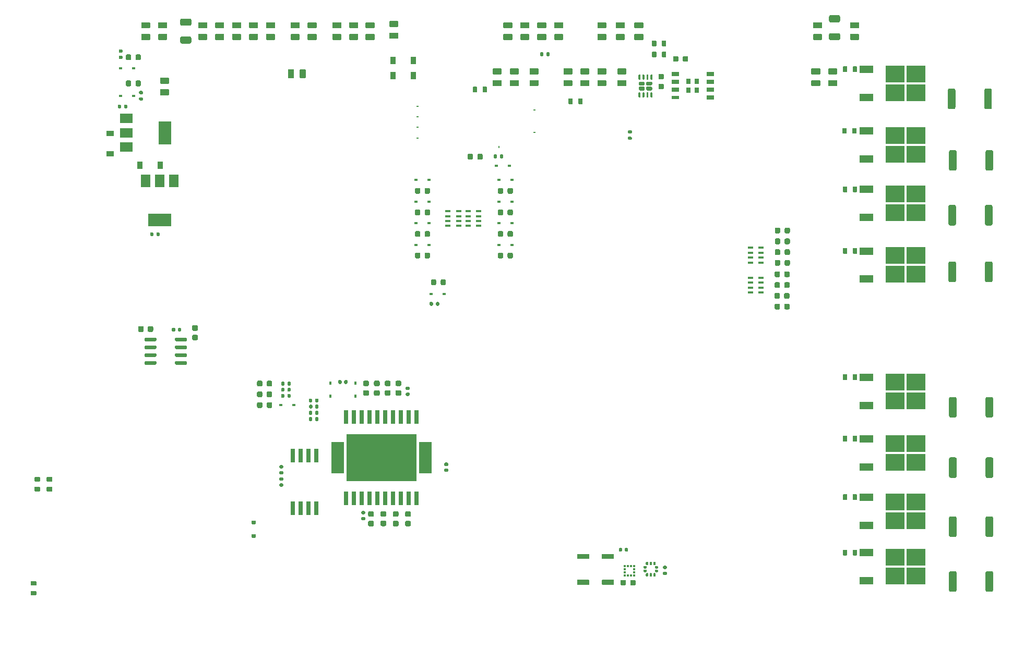
<source format=gtp>
G04 #@! TF.GenerationSoftware,KiCad,Pcbnew,8.0.9-8.0.9-0~ubuntu24.04.1*
G04 #@! TF.CreationDate,2025-03-06T19:46:13+00:00*
G04 #@! TF.ProjectId,hellen88bmw,68656c6c-656e-4383-9862-6d772e6b6963,B*
G04 #@! TF.SameCoordinates,PX3d1b110PY9269338*
G04 #@! TF.FileFunction,Paste,Top*
G04 #@! TF.FilePolarity,Positive*
%FSLAX46Y46*%
G04 Gerber Fmt 4.6, Leading zero omitted, Abs format (unit mm)*
G04 Created by KiCad (PCBNEW 8.0.9-8.0.9-0~ubuntu24.04.1) date 2025-03-06 19:46:13*
%MOMM*%
%LPD*%
G01*
G04 APERTURE LIST*
%ADD10R,3.050000X2.750000*%
%ADD11R,2.200000X1.200000*%
%ADD12R,0.640000X2.160000*%
%ADD13R,0.600000X0.450000*%
%ADD14R,0.900000X1.200000*%
%ADD15R,0.900000X0.400000*%
%ADD16R,0.800000X2.200000*%
%ADD17R,2.032000X5.080000*%
%ADD18R,11.430000X7.620000*%
%ADD19O,0.000001X0.000001*%
%ADD20R,0.350000X0.375000*%
%ADD21R,0.375000X0.350000*%
%ADD22O,0.500000X0.250000*%
%ADD23O,0.250000X0.500000*%
%ADD24R,1.310000X0.650000*%
%ADD25R,1.310000X0.600000*%
%ADD26R,0.795000X0.900000*%
%ADD27R,1.500000X2.000000*%
%ADD28R,3.800000X2.000000*%
%ADD29R,2.000000X1.500000*%
%ADD30R,2.000000X3.800000*%
%ADD31R,0.450000X0.600000*%
%ADD32R,1.200000X0.900000*%
G04 APERTURE END LIST*
G04 #@! TO.C,JP1*
G36*
G01*
X20301000Y99973001D02*
X21551000Y99973001D01*
G75*
G02*
X21651000Y99873001I0J-100000D01*
G01*
X21651000Y99073001D01*
G75*
G02*
X21551000Y98973001I-100000J0D01*
G01*
X20301000Y98973001D01*
G75*
G02*
X20201000Y99073001I0J100000D01*
G01*
X20201000Y99873001D01*
G75*
G02*
X20301000Y99973001I100000J0D01*
G01*
G37*
G36*
G01*
X20301000Y98072979D02*
X21551000Y98072979D01*
G75*
G02*
X21651000Y97972979I0J-100000D01*
G01*
X21651000Y97172979D01*
G75*
G02*
X21551000Y97072979I-100000J0D01*
G01*
X20301000Y97072979D01*
G75*
G02*
X20201000Y97172979I0J100000D01*
G01*
X20201000Y97972979D01*
G75*
G02*
X20301000Y98072979I100000J0D01*
G01*
G37*
G04 #@! TD*
G04 #@! TO.C,JP3*
G36*
G01*
X29551000Y99973001D02*
X30801000Y99973001D01*
G75*
G02*
X30901000Y99873001I0J-100000D01*
G01*
X30901000Y99073001D01*
G75*
G02*
X30801000Y98973001I-100000J0D01*
G01*
X29551000Y98973001D01*
G75*
G02*
X29451000Y99073001I0J100000D01*
G01*
X29451000Y99873001D01*
G75*
G02*
X29551000Y99973001I100000J0D01*
G01*
G37*
G36*
G01*
X29551000Y98072979D02*
X30801000Y98072979D01*
G75*
G02*
X30901000Y97972979I0J-100000D01*
G01*
X30901000Y97172979D01*
G75*
G02*
X30801000Y97072979I-100000J0D01*
G01*
X29551000Y97072979D01*
G75*
G02*
X29451000Y97172979I0J100000D01*
G01*
X29451000Y97972979D01*
G75*
G02*
X29551000Y98072979I100000J0D01*
G01*
G37*
G04 #@! TD*
G04 #@! TO.C,JP4*
G36*
G01*
X35051000Y99973001D02*
X36301000Y99973001D01*
G75*
G02*
X36401000Y99873001I0J-100000D01*
G01*
X36401000Y99073001D01*
G75*
G02*
X36301000Y98973001I-100000J0D01*
G01*
X35051000Y98973001D01*
G75*
G02*
X34951000Y99073001I0J100000D01*
G01*
X34951000Y99873001D01*
G75*
G02*
X35051000Y99973001I100000J0D01*
G01*
G37*
G36*
G01*
X35051000Y98072979D02*
X36301000Y98072979D01*
G75*
G02*
X36401000Y97972979I0J-100000D01*
G01*
X36401000Y97172979D01*
G75*
G02*
X36301000Y97072979I-100000J0D01*
G01*
X35051000Y97072979D01*
G75*
G02*
X34951000Y97172979I0J100000D01*
G01*
X34951000Y97972979D01*
G75*
G02*
X35051000Y98072979I100000J0D01*
G01*
G37*
G04 #@! TD*
G04 #@! TO.C,JP5*
G36*
G01*
X44551000Y99973001D02*
X45801000Y99973001D01*
G75*
G02*
X45901000Y99873001I0J-100000D01*
G01*
X45901000Y99073001D01*
G75*
G02*
X45801000Y98973001I-100000J0D01*
G01*
X44551000Y98973001D01*
G75*
G02*
X44451000Y99073001I0J100000D01*
G01*
X44451000Y99873001D01*
G75*
G02*
X44551000Y99973001I100000J0D01*
G01*
G37*
G36*
G01*
X44551000Y98072979D02*
X45801000Y98072979D01*
G75*
G02*
X45901000Y97972979I0J-100000D01*
G01*
X45901000Y97172979D01*
G75*
G02*
X45801000Y97072979I-100000J0D01*
G01*
X44551000Y97072979D01*
G75*
G02*
X44451000Y97172979I0J100000D01*
G01*
X44451000Y97972979D01*
G75*
G02*
X44551000Y98072979I100000J0D01*
G01*
G37*
G04 #@! TD*
G04 #@! TO.C,JP7*
G36*
G01*
X51301000Y99973001D02*
X52551000Y99973001D01*
G75*
G02*
X52651000Y99873001I0J-100000D01*
G01*
X52651000Y99073001D01*
G75*
G02*
X52551000Y98973001I-100000J0D01*
G01*
X51301000Y98973001D01*
G75*
G02*
X51201000Y99073001I0J100000D01*
G01*
X51201000Y99873001D01*
G75*
G02*
X51301000Y99973001I100000J0D01*
G01*
G37*
G36*
G01*
X51301000Y98072979D02*
X52551000Y98072979D01*
G75*
G02*
X52651000Y97972979I0J-100000D01*
G01*
X52651000Y97172979D01*
G75*
G02*
X52551000Y97072979I-100000J0D01*
G01*
X51301000Y97072979D01*
G75*
G02*
X51201000Y97172979I0J100000D01*
G01*
X51201000Y97972979D01*
G75*
G02*
X51301000Y98072979I100000J0D01*
G01*
G37*
G04 #@! TD*
G04 #@! TO.C,JP16*
G36*
G01*
X84551000Y99973001D02*
X85801000Y99973001D01*
G75*
G02*
X85901000Y99873001I0J-100000D01*
G01*
X85901000Y99073001D01*
G75*
G02*
X85801000Y98973001I-100000J0D01*
G01*
X84551000Y98973001D01*
G75*
G02*
X84451000Y99073001I0J100000D01*
G01*
X84451000Y99873001D01*
G75*
G02*
X84551000Y99973001I100000J0D01*
G01*
G37*
G36*
G01*
X84551000Y98072979D02*
X85801000Y98072979D01*
G75*
G02*
X85901000Y97972979I0J-100000D01*
G01*
X85901000Y97172979D01*
G75*
G02*
X85801000Y97072979I-100000J0D01*
G01*
X84551000Y97072979D01*
G75*
G02*
X84451000Y97172979I0J100000D01*
G01*
X84451000Y97972979D01*
G75*
G02*
X84551000Y98072979I100000J0D01*
G01*
G37*
G04 #@! TD*
G04 #@! TO.C,JP17*
G36*
G01*
X87301000Y99973001D02*
X88551000Y99973001D01*
G75*
G02*
X88651000Y99873001I0J-100000D01*
G01*
X88651000Y99073001D01*
G75*
G02*
X88551000Y98973001I-100000J0D01*
G01*
X87301000Y98973001D01*
G75*
G02*
X87201000Y99073001I0J100000D01*
G01*
X87201000Y99873001D01*
G75*
G02*
X87301000Y99973001I100000J0D01*
G01*
G37*
G36*
G01*
X87301000Y98072979D02*
X88551000Y98072979D01*
G75*
G02*
X88651000Y97972979I0J-100000D01*
G01*
X88651000Y97172979D01*
G75*
G02*
X88551000Y97072979I-100000J0D01*
G01*
X87301000Y97072979D01*
G75*
G02*
X87201000Y97172979I0J100000D01*
G01*
X87201000Y97972979D01*
G75*
G02*
X87301000Y98072979I100000J0D01*
G01*
G37*
G04 #@! TD*
G04 #@! TO.C,JP20*
G36*
G01*
X94301000Y92473001D02*
X95551000Y92473001D01*
G75*
G02*
X95651000Y92373001I0J-100000D01*
G01*
X95651000Y91573001D01*
G75*
G02*
X95551000Y91473001I-100000J0D01*
G01*
X94301000Y91473001D01*
G75*
G02*
X94201000Y91573001I0J100000D01*
G01*
X94201000Y92373001D01*
G75*
G02*
X94301000Y92473001I100000J0D01*
G01*
G37*
G36*
G01*
X94301000Y90572979D02*
X95551000Y90572979D01*
G75*
G02*
X95651000Y90472979I0J-100000D01*
G01*
X95651000Y89672979D01*
G75*
G02*
X95551000Y89572979I-100000J0D01*
G01*
X94301000Y89572979D01*
G75*
G02*
X94201000Y89672979I0J100000D01*
G01*
X94201000Y90472979D01*
G75*
G02*
X94301000Y90572979I100000J0D01*
G01*
G37*
G04 #@! TD*
G04 #@! TO.C,JP21*
G36*
G01*
X97551000Y92473001D02*
X98801000Y92473001D01*
G75*
G02*
X98901000Y92373001I0J-100000D01*
G01*
X98901000Y91573001D01*
G75*
G02*
X98801000Y91473001I-100000J0D01*
G01*
X97551000Y91473001D01*
G75*
G02*
X97451000Y91573001I0J100000D01*
G01*
X97451000Y92373001D01*
G75*
G02*
X97551000Y92473001I100000J0D01*
G01*
G37*
G36*
G01*
X97551000Y90572979D02*
X98801000Y90572979D01*
G75*
G02*
X98901000Y90472979I0J-100000D01*
G01*
X98901000Y89672979D01*
G75*
G02*
X98801000Y89572979I-100000J0D01*
G01*
X97551000Y89572979D01*
G75*
G02*
X97451000Y89672979I0J100000D01*
G01*
X97451000Y90472979D01*
G75*
G02*
X97551000Y90572979I100000J0D01*
G01*
G37*
G04 #@! TD*
G04 #@! TO.C,JP26*
G36*
G01*
X129301000Y99973001D02*
X130551000Y99973001D01*
G75*
G02*
X130651000Y99873001I0J-100000D01*
G01*
X130651000Y99073001D01*
G75*
G02*
X130551000Y98973001I-100000J0D01*
G01*
X129301000Y98973001D01*
G75*
G02*
X129201000Y99073001I0J100000D01*
G01*
X129201000Y99873001D01*
G75*
G02*
X129301000Y99973001I100000J0D01*
G01*
G37*
G36*
G01*
X129301000Y98072979D02*
X130551000Y98072979D01*
G75*
G02*
X130651000Y97972979I0J-100000D01*
G01*
X130651000Y97172979D01*
G75*
G02*
X130551000Y97072979I-100000J0D01*
G01*
X129301000Y97072979D01*
G75*
G02*
X129201000Y97172979I0J100000D01*
G01*
X129201000Y97972979D01*
G75*
G02*
X129301000Y98072979I100000J0D01*
G01*
G37*
G04 #@! TD*
G04 #@! TO.C,JP27*
G36*
G01*
X135301000Y99973001D02*
X136551000Y99973001D01*
G75*
G02*
X136651000Y99873001I0J-100000D01*
G01*
X136651000Y99073001D01*
G75*
G02*
X136551000Y98973001I-100000J0D01*
G01*
X135301000Y98973001D01*
G75*
G02*
X135201000Y99073001I0J100000D01*
G01*
X135201000Y99873001D01*
G75*
G02*
X135301000Y99973001I100000J0D01*
G01*
G37*
G36*
G01*
X135301000Y98072979D02*
X136551000Y98072979D01*
G75*
G02*
X136651000Y97972979I0J-100000D01*
G01*
X136651000Y97172979D01*
G75*
G02*
X136551000Y97072979I-100000J0D01*
G01*
X135301000Y97072979D01*
G75*
G02*
X135201000Y97172979I0J100000D01*
G01*
X135201000Y97972979D01*
G75*
G02*
X135301000Y98072979I100000J0D01*
G01*
G37*
G04 #@! TD*
G04 #@! TO.C,JP29*
G36*
G01*
X23051000Y99973001D02*
X24301000Y99973001D01*
G75*
G02*
X24401000Y99873001I0J-100000D01*
G01*
X24401000Y99073001D01*
G75*
G02*
X24301000Y98973001I-100000J0D01*
G01*
X23051000Y98973001D01*
G75*
G02*
X22951000Y99073001I0J100000D01*
G01*
X22951000Y99873001D01*
G75*
G02*
X23051000Y99973001I100000J0D01*
G01*
G37*
G36*
G01*
X23051000Y98072979D02*
X24301000Y98072979D01*
G75*
G02*
X24401000Y97972979I0J-100000D01*
G01*
X24401000Y97172979D01*
G75*
G02*
X24301000Y97072979I-100000J0D01*
G01*
X23051000Y97072979D01*
G75*
G02*
X22951000Y97172979I0J100000D01*
G01*
X22951000Y97972979D01*
G75*
G02*
X23051000Y98072979I100000J0D01*
G01*
G37*
G04 #@! TD*
G04 #@! TO.C,JP31*
G36*
G01*
X32301000Y99973001D02*
X33551000Y99973001D01*
G75*
G02*
X33651000Y99873001I0J-100000D01*
G01*
X33651000Y99073001D01*
G75*
G02*
X33551000Y98973001I-100000J0D01*
G01*
X32301000Y98973001D01*
G75*
G02*
X32201000Y99073001I0J100000D01*
G01*
X32201000Y99873001D01*
G75*
G02*
X32301000Y99973001I100000J0D01*
G01*
G37*
G36*
G01*
X32301000Y98072979D02*
X33551000Y98072979D01*
G75*
G02*
X33651000Y97972979I0J-100000D01*
G01*
X33651000Y97172979D01*
G75*
G02*
X33551000Y97072979I-100000J0D01*
G01*
X32301000Y97072979D01*
G75*
G02*
X32201000Y97172979I0J100000D01*
G01*
X32201000Y97972979D01*
G75*
G02*
X32301000Y98072979I100000J0D01*
G01*
G37*
G04 #@! TD*
G04 #@! TO.C,JP32*
G36*
G01*
X40551000Y99973001D02*
X41801000Y99973001D01*
G75*
G02*
X41901000Y99873001I0J-100000D01*
G01*
X41901000Y99073001D01*
G75*
G02*
X41801000Y98973001I-100000J0D01*
G01*
X40551000Y98973001D01*
G75*
G02*
X40451000Y99073001I0J100000D01*
G01*
X40451000Y99873001D01*
G75*
G02*
X40551000Y99973001I100000J0D01*
G01*
G37*
G36*
G01*
X40551000Y98072979D02*
X41801000Y98072979D01*
G75*
G02*
X41901000Y97972979I0J-100000D01*
G01*
X41901000Y97172979D01*
G75*
G02*
X41801000Y97072979I-100000J0D01*
G01*
X40551000Y97072979D01*
G75*
G02*
X40451000Y97172979I0J100000D01*
G01*
X40451000Y97972979D01*
G75*
G02*
X40551000Y98072979I100000J0D01*
G01*
G37*
G04 #@! TD*
G04 #@! TO.C,JP33*
G36*
G01*
X47301000Y99973001D02*
X48551000Y99973001D01*
G75*
G02*
X48651000Y99873001I0J-100000D01*
G01*
X48651000Y99073001D01*
G75*
G02*
X48551000Y98973001I-100000J0D01*
G01*
X47301000Y98973001D01*
G75*
G02*
X47201000Y99073001I0J100000D01*
G01*
X47201000Y99873001D01*
G75*
G02*
X47301000Y99973001I100000J0D01*
G01*
G37*
G36*
G01*
X47301000Y98072979D02*
X48551000Y98072979D01*
G75*
G02*
X48651000Y97972979I0J-100000D01*
G01*
X48651000Y97172979D01*
G75*
G02*
X48551000Y97072979I-100000J0D01*
G01*
X47301000Y97072979D01*
G75*
G02*
X47201000Y97172979I0J100000D01*
G01*
X47201000Y97972979D01*
G75*
G02*
X47301000Y98072979I100000J0D01*
G01*
G37*
G04 #@! TD*
G04 #@! TO.C,JP35*
G36*
G01*
X56701000Y99973001D02*
X57951000Y99973001D01*
G75*
G02*
X58051000Y99873001I0J-100000D01*
G01*
X58051000Y99073001D01*
G75*
G02*
X57951000Y98973001I-100000J0D01*
G01*
X56701000Y98973001D01*
G75*
G02*
X56601000Y99073001I0J100000D01*
G01*
X56601000Y99873001D01*
G75*
G02*
X56701000Y99973001I100000J0D01*
G01*
G37*
G36*
G01*
X56701000Y98072979D02*
X57951000Y98072979D01*
G75*
G02*
X58051000Y97972979I0J-100000D01*
G01*
X58051000Y97172979D01*
G75*
G02*
X57951000Y97072979I-100000J0D01*
G01*
X56701000Y97072979D01*
G75*
G02*
X56601000Y97172979I0J100000D01*
G01*
X56601000Y97972979D01*
G75*
G02*
X56701000Y98072979I100000J0D01*
G01*
G37*
G04 #@! TD*
G04 #@! TO.C,JP41*
G36*
G01*
X77301000Y92473001D02*
X78551000Y92473001D01*
G75*
G02*
X78651000Y92373001I0J-100000D01*
G01*
X78651000Y91573001D01*
G75*
G02*
X78551000Y91473001I-100000J0D01*
G01*
X77301000Y91473001D01*
G75*
G02*
X77201000Y91573001I0J100000D01*
G01*
X77201000Y92373001D01*
G75*
G02*
X77301000Y92473001I100000J0D01*
G01*
G37*
G36*
G01*
X77301000Y90572979D02*
X78551000Y90572979D01*
G75*
G02*
X78651000Y90472979I0J-100000D01*
G01*
X78651000Y89672979D01*
G75*
G02*
X78551000Y89572979I-100000J0D01*
G01*
X77301000Y89572979D01*
G75*
G02*
X77201000Y89672979I0J100000D01*
G01*
X77201000Y90472979D01*
G75*
G02*
X77301000Y90572979I100000J0D01*
G01*
G37*
G04 #@! TD*
G04 #@! TO.C,JP42*
G36*
G01*
X80101000Y92473001D02*
X81351000Y92473001D01*
G75*
G02*
X81451000Y92373001I0J-100000D01*
G01*
X81451000Y91573001D01*
G75*
G02*
X81351000Y91473001I-100000J0D01*
G01*
X80101000Y91473001D01*
G75*
G02*
X80001000Y91573001I0J100000D01*
G01*
X80001000Y92373001D01*
G75*
G02*
X80101000Y92473001I100000J0D01*
G01*
G37*
G36*
G01*
X80101000Y90572979D02*
X81351000Y90572979D01*
G75*
G02*
X81451000Y90472979I0J-100000D01*
G01*
X81451000Y89672979D01*
G75*
G02*
X81351000Y89572979I-100000J0D01*
G01*
X80101000Y89572979D01*
G75*
G02*
X80001000Y89672979I0J100000D01*
G01*
X80001000Y90472979D01*
G75*
G02*
X80101000Y90572979I100000J0D01*
G01*
G37*
G04 #@! TD*
G04 #@! TO.C,JP43*
G36*
G01*
X81801000Y99973001D02*
X83051000Y99973001D01*
G75*
G02*
X83151000Y99873001I0J-100000D01*
G01*
X83151000Y99073001D01*
G75*
G02*
X83051000Y98973001I-100000J0D01*
G01*
X81801000Y98973001D01*
G75*
G02*
X81701000Y99073001I0J100000D01*
G01*
X81701000Y99873001D01*
G75*
G02*
X81801000Y99973001I100000J0D01*
G01*
G37*
G36*
G01*
X81801000Y98072979D02*
X83051000Y98072979D01*
G75*
G02*
X83151000Y97972979I0J-100000D01*
G01*
X83151000Y97172979D01*
G75*
G02*
X83051000Y97072979I-100000J0D01*
G01*
X81801000Y97072979D01*
G75*
G02*
X81701000Y97172979I0J100000D01*
G01*
X81701000Y97972979D01*
G75*
G02*
X81801000Y98072979I100000J0D01*
G01*
G37*
G04 #@! TD*
G04 #@! TO.C,JP46*
G36*
G01*
X88801000Y92473001D02*
X90051000Y92473001D01*
G75*
G02*
X90151000Y92373001I0J-100000D01*
G01*
X90151000Y91573001D01*
G75*
G02*
X90051000Y91473001I-100000J0D01*
G01*
X88801000Y91473001D01*
G75*
G02*
X88701000Y91573001I0J100000D01*
G01*
X88701000Y92373001D01*
G75*
G02*
X88801000Y92473001I100000J0D01*
G01*
G37*
G36*
G01*
X88801000Y90572979D02*
X90051000Y90572979D01*
G75*
G02*
X90151000Y90472979I0J-100000D01*
G01*
X90151000Y89672979D01*
G75*
G02*
X90051000Y89572979I-100000J0D01*
G01*
X88801000Y89572979D01*
G75*
G02*
X88701000Y89672979I0J100000D01*
G01*
X88701000Y90472979D01*
G75*
G02*
X88801000Y90572979I100000J0D01*
G01*
G37*
G04 #@! TD*
G04 #@! TO.C,JP47*
G36*
G01*
X91551000Y92473001D02*
X92801000Y92473001D01*
G75*
G02*
X92901000Y92373001I0J-100000D01*
G01*
X92901000Y91573001D01*
G75*
G02*
X92801000Y91473001I-100000J0D01*
G01*
X91551000Y91473001D01*
G75*
G02*
X91451000Y91573001I0J100000D01*
G01*
X91451000Y92373001D01*
G75*
G02*
X91551000Y92473001I100000J0D01*
G01*
G37*
G36*
G01*
X91551000Y90572979D02*
X92801000Y90572979D01*
G75*
G02*
X92901000Y90472979I0J-100000D01*
G01*
X92901000Y89672979D01*
G75*
G02*
X92801000Y89572979I-100000J0D01*
G01*
X91551000Y89572979D01*
G75*
G02*
X91451000Y89672979I0J100000D01*
G01*
X91451000Y90472979D01*
G75*
G02*
X91551000Y90572979I100000J0D01*
G01*
G37*
G04 #@! TD*
G04 #@! TO.C,JP54*
G36*
G01*
X131776000Y100178010D02*
X131776000Y100868010D01*
G75*
G02*
X132006000Y101098010I230000J0D01*
G01*
X133346000Y101098010D01*
G75*
G02*
X133576000Y100868010I0J-230000D01*
G01*
X133576000Y100178010D01*
G75*
G02*
X133346000Y99948010I-230000J0D01*
G01*
X132006000Y99948010D01*
G75*
G02*
X131776000Y100178010I0J230000D01*
G01*
G37*
G36*
G01*
X131776000Y97277990D02*
X131776000Y97967990D01*
G75*
G02*
X132006000Y98197990I230000J0D01*
G01*
X133346000Y98197990D01*
G75*
G02*
X133576000Y97967990I0J-230000D01*
G01*
X133576000Y97277990D01*
G75*
G02*
X133346000Y97047990I-230000J0D01*
G01*
X132006000Y97047990D01*
G75*
G02*
X131776000Y97277990I0J230000D01*
G01*
G37*
G04 #@! TD*
G04 #@! TO.C,JP56*
G36*
G01*
X26526000Y99628010D02*
X26526000Y100318010D01*
G75*
G02*
X26756000Y100548010I230000J0D01*
G01*
X28096000Y100548010D01*
G75*
G02*
X28326000Y100318010I0J-230000D01*
G01*
X28326000Y99628010D01*
G75*
G02*
X28096000Y99398010I-230000J0D01*
G01*
X26756000Y99398010D01*
G75*
G02*
X26526000Y99628010I0J230000D01*
G01*
G37*
G36*
G01*
X26526000Y96727990D02*
X26526000Y97417990D01*
G75*
G02*
X26756000Y97647990I230000J0D01*
G01*
X28096000Y97647990D01*
G75*
G02*
X28326000Y97417990I0J-230000D01*
G01*
X28326000Y96727990D01*
G75*
G02*
X28096000Y96497990I-230000J0D01*
G01*
X26756000Y96497990D01*
G75*
G02*
X26526000Y96727990I0J230000D01*
G01*
G37*
G04 #@! TD*
G04 #@! TO.C,JP73*
G36*
G01*
X83301000Y92473001D02*
X84551000Y92473001D01*
G75*
G02*
X84651000Y92373001I0J-100000D01*
G01*
X84651000Y91573001D01*
G75*
G02*
X84551000Y91473001I-100000J0D01*
G01*
X83301000Y91473001D01*
G75*
G02*
X83201000Y91573001I0J100000D01*
G01*
X83201000Y92373001D01*
G75*
G02*
X83301000Y92473001I100000J0D01*
G01*
G37*
G36*
G01*
X83301000Y90572979D02*
X84551000Y90572979D01*
G75*
G02*
X84651000Y90472979I0J-100000D01*
G01*
X84651000Y89672979D01*
G75*
G02*
X84551000Y89572979I-100000J0D01*
G01*
X83301000Y89572979D01*
G75*
G02*
X83201000Y89672979I0J100000D01*
G01*
X83201000Y90472979D01*
G75*
G02*
X83301000Y90572979I100000J0D01*
G01*
G37*
G04 #@! TD*
G04 #@! TO.C,JP77*
G36*
G01*
X94301000Y99973001D02*
X95551000Y99973001D01*
G75*
G02*
X95651000Y99873001I0J-100000D01*
G01*
X95651000Y99073001D01*
G75*
G02*
X95551000Y98973001I-100000J0D01*
G01*
X94301000Y98973001D01*
G75*
G02*
X94201000Y99073001I0J100000D01*
G01*
X94201000Y99873001D01*
G75*
G02*
X94301000Y99973001I100000J0D01*
G01*
G37*
G36*
G01*
X94301000Y98072979D02*
X95551000Y98072979D01*
G75*
G02*
X95651000Y97972979I0J-100000D01*
G01*
X95651000Y97172979D01*
G75*
G02*
X95551000Y97072979I-100000J0D01*
G01*
X94301000Y97072979D01*
G75*
G02*
X94201000Y97172979I0J100000D01*
G01*
X94201000Y97972979D01*
G75*
G02*
X94301000Y98072979I100000J0D01*
G01*
G37*
G04 #@! TD*
G04 #@! TO.C,JP78*
G36*
G01*
X100301000Y99973001D02*
X101551000Y99973001D01*
G75*
G02*
X101651000Y99873001I0J-100000D01*
G01*
X101651000Y99073001D01*
G75*
G02*
X101551000Y98973001I-100000J0D01*
G01*
X100301000Y98973001D01*
G75*
G02*
X100201000Y99073001I0J100000D01*
G01*
X100201000Y99873001D01*
G75*
G02*
X100301000Y99973001I100000J0D01*
G01*
G37*
G36*
G01*
X100301000Y98072979D02*
X101551000Y98072979D01*
G75*
G02*
X101651000Y97972979I0J-100000D01*
G01*
X101651000Y97172979D01*
G75*
G02*
X101551000Y97072979I-100000J0D01*
G01*
X100301000Y97072979D01*
G75*
G02*
X100201000Y97172979I0J100000D01*
G01*
X100201000Y97972979D01*
G75*
G02*
X100301000Y98072979I100000J0D01*
G01*
G37*
G04 #@! TD*
G04 #@! TO.C,JP85*
G36*
G01*
X131751000Y92473001D02*
X133001000Y92473001D01*
G75*
G02*
X133101000Y92373001I0J-100000D01*
G01*
X133101000Y91573001D01*
G75*
G02*
X133001000Y91473001I-100000J0D01*
G01*
X131751000Y91473001D01*
G75*
G02*
X131651000Y91573001I0J100000D01*
G01*
X131651000Y92373001D01*
G75*
G02*
X131751000Y92473001I100000J0D01*
G01*
G37*
G36*
G01*
X131751000Y90572979D02*
X133001000Y90572979D01*
G75*
G02*
X133101000Y90472979I0J-100000D01*
G01*
X133101000Y89672979D01*
G75*
G02*
X133001000Y89572979I-100000J0D01*
G01*
X131751000Y89572979D01*
G75*
G02*
X131651000Y89672979I0J100000D01*
G01*
X131651000Y90472979D01*
G75*
G02*
X131751000Y90572979I100000J0D01*
G01*
G37*
G04 #@! TD*
G04 #@! TO.C,JP86*
G36*
G01*
X129001000Y92473001D02*
X130251000Y92473001D01*
G75*
G02*
X130351000Y92373001I0J-100000D01*
G01*
X130351000Y91573001D01*
G75*
G02*
X130251000Y91473001I-100000J0D01*
G01*
X129001000Y91473001D01*
G75*
G02*
X128901000Y91573001I0J100000D01*
G01*
X128901000Y92373001D01*
G75*
G02*
X129001000Y92473001I100000J0D01*
G01*
G37*
G36*
G01*
X129001000Y90572979D02*
X130251000Y90572979D01*
G75*
G02*
X130351000Y90472979I0J-100000D01*
G01*
X130351000Y89672979D01*
G75*
G02*
X130251000Y89572979I-100000J0D01*
G01*
X129001000Y89572979D01*
G75*
G02*
X128901000Y89672979I0J100000D01*
G01*
X128901000Y90472979D01*
G75*
G02*
X129001000Y90572979I100000J0D01*
G01*
G37*
G04 #@! TD*
G04 #@! TO.C,JP59*
G36*
G01*
X37801000Y99973001D02*
X39051000Y99973001D01*
G75*
G02*
X39151000Y99873001I0J-100000D01*
G01*
X39151000Y99073001D01*
G75*
G02*
X39051000Y98973001I-100000J0D01*
G01*
X37801000Y98973001D01*
G75*
G02*
X37701000Y99073001I0J100000D01*
G01*
X37701000Y99873001D01*
G75*
G02*
X37801000Y99973001I100000J0D01*
G01*
G37*
G36*
G01*
X37801000Y98072979D02*
X39051000Y98072979D01*
G75*
G02*
X39151000Y97972979I0J-100000D01*
G01*
X39151000Y97172979D01*
G75*
G02*
X39051000Y97072979I-100000J0D01*
G01*
X37801000Y97072979D01*
G75*
G02*
X37701000Y97172979I0J100000D01*
G01*
X37701000Y97972979D01*
G75*
G02*
X37801000Y98072979I100000J0D01*
G01*
G37*
G04 #@! TD*
D10*
G04 #@! TO.C,Q1*
X142499800Y31548000D03*
X142499800Y28498000D03*
X145849800Y31548000D03*
X145849800Y28498000D03*
D11*
X137874800Y32303000D03*
X137874800Y27743000D03*
G04 #@! TD*
D10*
G04 #@! TO.C,Q6*
X142499800Y91548000D03*
X142499800Y88498000D03*
X145849800Y91548000D03*
X145849800Y88498000D03*
D11*
X137874800Y92303000D03*
X137874800Y87743000D03*
G04 #@! TD*
D10*
G04 #@! TO.C,Q2*
X142499800Y41548000D03*
X142499800Y38498000D03*
X145849800Y41548000D03*
X145849800Y38498000D03*
D11*
X137874800Y42303000D03*
X137874800Y37743000D03*
G04 #@! TD*
D10*
G04 #@! TO.C,Q5*
X142499800Y81548000D03*
X142499800Y78498000D03*
X145849800Y81548000D03*
X145849800Y78498000D03*
D11*
X137874800Y82303000D03*
X137874800Y77743000D03*
G04 #@! TD*
D10*
G04 #@! TO.C,Q3*
X142499800Y62048000D03*
X142499800Y58998000D03*
X145849800Y62048000D03*
X145849800Y58998000D03*
D11*
X137874800Y62803000D03*
X137874800Y58243000D03*
G04 #@! TD*
D10*
G04 #@! TO.C,Q4*
X142499800Y72048000D03*
X142499800Y68998000D03*
X145849800Y72048000D03*
X145849800Y68998000D03*
D11*
X137874800Y72803000D03*
X137874800Y68243000D03*
G04 #@! TD*
G04 #@! TO.C,C1*
G36*
G01*
X42756000Y26033000D02*
X43096000Y26033000D01*
G75*
G02*
X43236000Y25893000I0J-140000D01*
G01*
X43236000Y25613000D01*
G75*
G02*
X43096000Y25473000I-140000J0D01*
G01*
X42756000Y25473000D01*
G75*
G02*
X42616000Y25613000I0J140000D01*
G01*
X42616000Y25893000D01*
G75*
G02*
X42756000Y26033000I140000J0D01*
G01*
G37*
G36*
G01*
X42756000Y25073000D02*
X43096000Y25073000D01*
G75*
G02*
X43236000Y24933000I0J-140000D01*
G01*
X43236000Y24653000D01*
G75*
G02*
X43096000Y24513000I-140000J0D01*
G01*
X42756000Y24513000D01*
G75*
G02*
X42616000Y24653000I0J140000D01*
G01*
X42616000Y24933000D01*
G75*
G02*
X42756000Y25073000I140000J0D01*
G01*
G37*
G04 #@! TD*
G04 #@! TO.C,C2*
G36*
G01*
X43096000Y26513000D02*
X42756000Y26513000D01*
G75*
G02*
X42616000Y26653000I0J140000D01*
G01*
X42616000Y26933000D01*
G75*
G02*
X42756000Y27073000I140000J0D01*
G01*
X43096000Y27073000D01*
G75*
G02*
X43236000Y26933000I0J-140000D01*
G01*
X43236000Y26653000D01*
G75*
G02*
X43096000Y26513000I-140000J0D01*
G01*
G37*
G36*
G01*
X43096000Y27473000D02*
X42756000Y27473000D01*
G75*
G02*
X42616000Y27613000I0J140000D01*
G01*
X42616000Y27893000D01*
G75*
G02*
X42756000Y28033000I140000J0D01*
G01*
X43096000Y28033000D01*
G75*
G02*
X43236000Y27893000I0J-140000D01*
G01*
X43236000Y27613000D01*
G75*
G02*
X43096000Y27473000I-140000J0D01*
G01*
G37*
G04 #@! TD*
D12*
G04 #@! TO.C,U1*
X44771000Y21003000D03*
X46041000Y21003000D03*
X47311000Y21003000D03*
X48581000Y21003000D03*
X48581000Y29543000D03*
X47311000Y29543000D03*
X46041000Y29543000D03*
X44771000Y29543000D03*
G04 #@! TD*
G04 #@! TO.C,R1*
G36*
G01*
X16396000Y86088000D02*
X16396000Y86458000D01*
G75*
G02*
X16531000Y86593000I135000J0D01*
G01*
X16801000Y86593000D01*
G75*
G02*
X16936000Y86458000I0J-135000D01*
G01*
X16936000Y86088000D01*
G75*
G02*
X16801000Y85953000I-135000J0D01*
G01*
X16531000Y85953000D01*
G75*
G02*
X16396000Y86088000I0J135000D01*
G01*
G37*
G36*
G01*
X17416000Y86088000D02*
X17416000Y86458000D01*
G75*
G02*
X17551000Y86593000I135000J0D01*
G01*
X17821000Y86593000D01*
G75*
G02*
X17956000Y86458000I0J-135000D01*
G01*
X17956000Y86088000D01*
G75*
G02*
X17821000Y85953000I-135000J0D01*
G01*
X17551000Y85953000D01*
G75*
G02*
X17416000Y86088000I0J135000D01*
G01*
G37*
G04 #@! TD*
D13*
G04 #@! TO.C,D14*
X66876000Y70823000D03*
X64776000Y70823000D03*
G04 #@! TD*
G04 #@! TO.C,R10*
G36*
G01*
X151251000Y16598000D02*
X151251000Y19448000D01*
G75*
G02*
X151501000Y19698000I250000J0D01*
G01*
X152226000Y19698000D01*
G75*
G02*
X152476000Y19448000I0J-250000D01*
G01*
X152476000Y16598000D01*
G75*
G02*
X152226000Y16348000I-250000J0D01*
G01*
X151501000Y16348000D01*
G75*
G02*
X151251000Y16598000I0J250000D01*
G01*
G37*
G36*
G01*
X157176000Y16598000D02*
X157176000Y19448000D01*
G75*
G02*
X157426000Y19698000I250000J0D01*
G01*
X158151000Y19698000D01*
G75*
G02*
X158401000Y19448000I0J-250000D01*
G01*
X158401000Y16598000D01*
G75*
G02*
X158151000Y16348000I-250000J0D01*
G01*
X157426000Y16348000D01*
G75*
G02*
X157176000Y16598000I0J250000D01*
G01*
G37*
G04 #@! TD*
G04 #@! TO.C,D23*
G36*
G01*
X122988500Y65866750D02*
X122988500Y66379250D01*
G75*
G02*
X123207250Y66598000I218750J0D01*
G01*
X123644750Y66598000D01*
G75*
G02*
X123863500Y66379250I0J-218750D01*
G01*
X123863500Y65866750D01*
G75*
G02*
X123644750Y65648000I-218750J0D01*
G01*
X123207250Y65648000D01*
G75*
G02*
X122988500Y65866750I0J218750D01*
G01*
G37*
G36*
G01*
X124563500Y65866750D02*
X124563500Y66379250D01*
G75*
G02*
X124782250Y66598000I218750J0D01*
G01*
X125219750Y66598000D01*
G75*
G02*
X125438500Y66379250I0J-218750D01*
G01*
X125438500Y65866750D01*
G75*
G02*
X125219750Y65648000I-218750J0D01*
G01*
X124782250Y65648000D01*
G75*
G02*
X124563500Y65866750I0J218750D01*
G01*
G37*
G04 #@! TD*
G04 #@! TO.C,D25*
G36*
G01*
X64601000Y65316750D02*
X64601000Y65829250D01*
G75*
G02*
X64819750Y66048000I218750J0D01*
G01*
X65257250Y66048000D01*
G75*
G02*
X65476000Y65829250I0J-218750D01*
G01*
X65476000Y65316750D01*
G75*
G02*
X65257250Y65098000I-218750J0D01*
G01*
X64819750Y65098000D01*
G75*
G02*
X64601000Y65316750I0J218750D01*
G01*
G37*
G36*
G01*
X66176000Y65316750D02*
X66176000Y65829250D01*
G75*
G02*
X66394750Y66048000I218750J0D01*
G01*
X66832250Y66048000D01*
G75*
G02*
X67051000Y65829250I0J-218750D01*
G01*
X67051000Y65316750D01*
G75*
G02*
X66832250Y65098000I-218750J0D01*
G01*
X66394750Y65098000D01*
G75*
G02*
X66176000Y65316750I0J218750D01*
G01*
G37*
G04 #@! TD*
D14*
G04 #@! TO.C,D10*
X20026000Y76773000D03*
X23326000Y76773000D03*
G04 #@! TD*
G04 #@! TO.C,D27*
G36*
G01*
X80501000Y69329250D02*
X80501000Y68816750D01*
G75*
G02*
X80282250Y68598000I-218750J0D01*
G01*
X79844750Y68598000D01*
G75*
G02*
X79626000Y68816750I0J218750D01*
G01*
X79626000Y69329250D01*
G75*
G02*
X79844750Y69548000I218750J0D01*
G01*
X80282250Y69548000D01*
G75*
G02*
X80501000Y69329250I0J-218750D01*
G01*
G37*
G36*
G01*
X78926000Y69329250D02*
X78926000Y68816750D01*
G75*
G02*
X78707250Y68598000I-218750J0D01*
G01*
X78269750Y68598000D01*
G75*
G02*
X78051000Y68816750I0J218750D01*
G01*
X78051000Y69329250D01*
G75*
G02*
X78269750Y69548000I218750J0D01*
G01*
X78707250Y69548000D01*
G75*
G02*
X78926000Y69329250I0J-218750D01*
G01*
G37*
G04 #@! TD*
G04 #@! TO.C,R6*
G36*
G01*
X99291000Y82403000D02*
X99661000Y82403000D01*
G75*
G02*
X99796000Y82268000I0J-135000D01*
G01*
X99796000Y81998000D01*
G75*
G02*
X99661000Y81863000I-135000J0D01*
G01*
X99291000Y81863000D01*
G75*
G02*
X99156000Y81998000I0J135000D01*
G01*
X99156000Y82268000D01*
G75*
G02*
X99291000Y82403000I135000J0D01*
G01*
G37*
G36*
G01*
X99291000Y81383000D02*
X99661000Y81383000D01*
G75*
G02*
X99796000Y81248000I0J-135000D01*
G01*
X99796000Y80978000D01*
G75*
G02*
X99661000Y80843000I-135000J0D01*
G01*
X99291000Y80843000D01*
G75*
G02*
X99156000Y80978000I0J135000D01*
G01*
X99156000Y81248000D01*
G75*
G02*
X99291000Y81383000I135000J0D01*
G01*
G37*
G04 #@! TD*
G04 #@! TO.C,C13*
G36*
G01*
X61231000Y20528000D02*
X61731000Y20528000D01*
G75*
G02*
X61956000Y20303000I0J-225000D01*
G01*
X61956000Y19853000D01*
G75*
G02*
X61731000Y19628000I-225000J0D01*
G01*
X61231000Y19628000D01*
G75*
G02*
X61006000Y19853000I0J225000D01*
G01*
X61006000Y20303000D01*
G75*
G02*
X61231000Y20528000I225000J0D01*
G01*
G37*
G36*
G01*
X61231000Y18978000D02*
X61731000Y18978000D01*
G75*
G02*
X61956000Y18753000I0J-225000D01*
G01*
X61956000Y18303000D01*
G75*
G02*
X61731000Y18078000I-225000J0D01*
G01*
X61231000Y18078000D01*
G75*
G02*
X61006000Y18303000I0J225000D01*
G01*
X61006000Y18753000D01*
G75*
G02*
X61231000Y18978000I225000J0D01*
G01*
G37*
G04 #@! TD*
G04 #@! TO.C,D29*
G36*
G01*
X64601000Y61816750D02*
X64601000Y62329250D01*
G75*
G02*
X64819750Y62548000I218750J0D01*
G01*
X65257250Y62548000D01*
G75*
G02*
X65476000Y62329250I0J-218750D01*
G01*
X65476000Y61816750D01*
G75*
G02*
X65257250Y61598000I-218750J0D01*
G01*
X64819750Y61598000D01*
G75*
G02*
X64601000Y61816750I0J218750D01*
G01*
G37*
G36*
G01*
X66176000Y61816750D02*
X66176000Y62329250D01*
G75*
G02*
X66394750Y62548000I218750J0D01*
G01*
X66832250Y62548000D01*
G75*
G02*
X67051000Y62329250I0J-218750D01*
G01*
X67051000Y61816750D01*
G75*
G02*
X66832250Y61598000I-218750J0D01*
G01*
X66394750Y61598000D01*
G75*
G02*
X66176000Y61816750I0J218750D01*
G01*
G37*
G04 #@! TD*
D13*
G04 #@! TO.C,D1*
X16876000Y88023000D03*
X18976000Y88023000D03*
G04 #@! TD*
G04 #@! TO.C,R33*
G36*
G01*
X42896000Y39088000D02*
X42896000Y39458000D01*
G75*
G02*
X43031000Y39593000I135000J0D01*
G01*
X43301000Y39593000D01*
G75*
G02*
X43436000Y39458000I0J-135000D01*
G01*
X43436000Y39088000D01*
G75*
G02*
X43301000Y38953000I-135000J0D01*
G01*
X43031000Y38953000D01*
G75*
G02*
X42896000Y39088000I0J135000D01*
G01*
G37*
G36*
G01*
X43916000Y39088000D02*
X43916000Y39458000D01*
G75*
G02*
X44051000Y39593000I135000J0D01*
G01*
X44321000Y39593000D01*
G75*
G02*
X44456000Y39458000I0J-135000D01*
G01*
X44456000Y39088000D01*
G75*
G02*
X44321000Y38953000I-135000J0D01*
G01*
X44051000Y38953000D01*
G75*
G02*
X43916000Y39088000I0J135000D01*
G01*
G37*
G04 #@! TD*
D15*
G04 #@! TO.C,RN7*
X71676000Y66873000D03*
X71676000Y67673000D03*
X71676000Y68473000D03*
X71676000Y69273000D03*
X69976000Y69273000D03*
X69976000Y68473000D03*
X69976000Y67673000D03*
X69976000Y66873000D03*
G04 #@! TD*
D10*
G04 #@! TO.C,Q7*
X142499800Y22048000D03*
X142499800Y18998000D03*
X145849800Y22048000D03*
X145849800Y18998000D03*
D11*
X137874800Y22803000D03*
X137874800Y18243000D03*
G04 #@! TD*
G04 #@! TO.C,D28*
G36*
G01*
X64601000Y68816750D02*
X64601000Y69329250D01*
G75*
G02*
X64819750Y69548000I218750J0D01*
G01*
X65257250Y69548000D01*
G75*
G02*
X65476000Y69329250I0J-218750D01*
G01*
X65476000Y68816750D01*
G75*
G02*
X65257250Y68598000I-218750J0D01*
G01*
X64819750Y68598000D01*
G75*
G02*
X64601000Y68816750I0J218750D01*
G01*
G37*
G36*
G01*
X66176000Y68816750D02*
X66176000Y69329250D01*
G75*
G02*
X66394750Y69548000I218750J0D01*
G01*
X66832250Y69548000D01*
G75*
G02*
X67051000Y69329250I0J-218750D01*
G01*
X67051000Y68816750D01*
G75*
G02*
X66832250Y68598000I-218750J0D01*
G01*
X66394750Y68598000D01*
G75*
G02*
X66176000Y68816750I0J218750D01*
G01*
G37*
G04 #@! TD*
G04 #@! TO.C,R9*
G36*
G01*
X151151000Y57998000D02*
X151151000Y60848000D01*
G75*
G02*
X151401000Y61098000I250000J0D01*
G01*
X152126000Y61098000D01*
G75*
G02*
X152376000Y60848000I0J-250000D01*
G01*
X152376000Y57998000D01*
G75*
G02*
X152126000Y57748000I-250000J0D01*
G01*
X151401000Y57748000D01*
G75*
G02*
X151151000Y57998000I0J250000D01*
G01*
G37*
G36*
G01*
X157076000Y57998000D02*
X157076000Y60848000D01*
G75*
G02*
X157326000Y61098000I250000J0D01*
G01*
X158051000Y61098000D01*
G75*
G02*
X158301000Y60848000I0J-250000D01*
G01*
X158301000Y57998000D01*
G75*
G02*
X158051000Y57748000I-250000J0D01*
G01*
X157326000Y57748000D01*
G75*
G02*
X157076000Y57998000I0J250000D01*
G01*
G37*
G04 #@! TD*
G04 #@! TO.C,D11*
G36*
G01*
X67188500Y57466750D02*
X67188500Y57979250D01*
G75*
G02*
X67407250Y58198000I218750J0D01*
G01*
X67844750Y58198000D01*
G75*
G02*
X68063500Y57979250I0J-218750D01*
G01*
X68063500Y57466750D01*
G75*
G02*
X67844750Y57248000I-218750J0D01*
G01*
X67407250Y57248000D01*
G75*
G02*
X67188500Y57466750I0J218750D01*
G01*
G37*
G36*
G01*
X68763500Y57466750D02*
X68763500Y57979250D01*
G75*
G02*
X68982250Y58198000I218750J0D01*
G01*
X69419750Y58198000D01*
G75*
G02*
X69638500Y57979250I0J-218750D01*
G01*
X69638500Y57466750D01*
G75*
G02*
X69419750Y57248000I-218750J0D01*
G01*
X68982250Y57248000D01*
G75*
G02*
X68763500Y57466750I0J218750D01*
G01*
G37*
G04 #@! TD*
G04 #@! TO.C,C21*
G36*
G01*
X56926000Y39298000D02*
X56426000Y39298000D01*
G75*
G02*
X56201000Y39523000I0J225000D01*
G01*
X56201000Y39973000D01*
G75*
G02*
X56426000Y40198000I225000J0D01*
G01*
X56926000Y40198000D01*
G75*
G02*
X57151000Y39973000I0J-225000D01*
G01*
X57151000Y39523000D01*
G75*
G02*
X56926000Y39298000I-225000J0D01*
G01*
G37*
G36*
G01*
X56926000Y40848000D02*
X56426000Y40848000D01*
G75*
G02*
X56201000Y41073000I0J225000D01*
G01*
X56201000Y41523000D01*
G75*
G02*
X56426000Y41748000I225000J0D01*
G01*
X56926000Y41748000D01*
G75*
G02*
X57151000Y41523000I0J-225000D01*
G01*
X57151000Y41073000D01*
G75*
G02*
X56926000Y40848000I-225000J0D01*
G01*
G37*
G04 #@! TD*
G04 #@! TO.C,R31*
G36*
G01*
X42896000Y41088000D02*
X42896000Y41458000D01*
G75*
G02*
X43031000Y41593000I135000J0D01*
G01*
X43301000Y41593000D01*
G75*
G02*
X43436000Y41458000I0J-135000D01*
G01*
X43436000Y41088000D01*
G75*
G02*
X43301000Y40953000I-135000J0D01*
G01*
X43031000Y40953000D01*
G75*
G02*
X42896000Y41088000I0J135000D01*
G01*
G37*
G36*
G01*
X43916000Y41088000D02*
X43916000Y41458000D01*
G75*
G02*
X44051000Y41593000I135000J0D01*
G01*
X44321000Y41593000D01*
G75*
G02*
X44456000Y41458000I0J-135000D01*
G01*
X44456000Y41088000D01*
G75*
G02*
X44321000Y40953000I-135000J0D01*
G01*
X44051000Y40953000D01*
G75*
G02*
X43916000Y41088000I0J135000D01*
G01*
G37*
G04 #@! TD*
G04 #@! TO.C,D22*
G36*
G01*
X122988500Y62366750D02*
X122988500Y62879250D01*
G75*
G02*
X123207250Y63098000I218750J0D01*
G01*
X123644750Y63098000D01*
G75*
G02*
X123863500Y62879250I0J-218750D01*
G01*
X123863500Y62366750D01*
G75*
G02*
X123644750Y62148000I-218750J0D01*
G01*
X123207250Y62148000D01*
G75*
G02*
X122988500Y62366750I0J218750D01*
G01*
G37*
G36*
G01*
X124563500Y62366750D02*
X124563500Y62879250D01*
G75*
G02*
X124782250Y63098000I218750J0D01*
G01*
X125219750Y63098000D01*
G75*
G02*
X125438500Y62879250I0J-218750D01*
G01*
X125438500Y62366750D01*
G75*
G02*
X125219750Y62148000I-218750J0D01*
G01*
X124782250Y62148000D01*
G75*
G02*
X124563500Y62366750I0J218750D01*
G01*
G37*
G04 #@! TD*
G04 #@! TO.C,C17*
G36*
G01*
X60426000Y39298000D02*
X59926000Y39298000D01*
G75*
G02*
X59701000Y39523000I0J225000D01*
G01*
X59701000Y39973000D01*
G75*
G02*
X59926000Y40198000I225000J0D01*
G01*
X60426000Y40198000D01*
G75*
G02*
X60651000Y39973000I0J-225000D01*
G01*
X60651000Y39523000D01*
G75*
G02*
X60426000Y39298000I-225000J0D01*
G01*
G37*
G36*
G01*
X60426000Y40848000D02*
X59926000Y40848000D01*
G75*
G02*
X59701000Y41073000I0J225000D01*
G01*
X59701000Y41523000D01*
G75*
G02*
X59926000Y41748000I225000J0D01*
G01*
X60426000Y41748000D01*
G75*
G02*
X60651000Y41523000I0J-225000D01*
G01*
X60651000Y41073000D01*
G75*
G02*
X60426000Y40848000I-225000J0D01*
G01*
G37*
G04 #@! TD*
G04 #@! TO.C,C11*
G36*
G01*
X59231000Y20553000D02*
X59731000Y20553000D01*
G75*
G02*
X59956000Y20328000I0J-225000D01*
G01*
X59956000Y19878000D01*
G75*
G02*
X59731000Y19653000I-225000J0D01*
G01*
X59231000Y19653000D01*
G75*
G02*
X59006000Y19878000I0J225000D01*
G01*
X59006000Y20328000D01*
G75*
G02*
X59231000Y20553000I225000J0D01*
G01*
G37*
G36*
G01*
X59231000Y19003000D02*
X59731000Y19003000D01*
G75*
G02*
X59956000Y18778000I0J-225000D01*
G01*
X59956000Y18328000D01*
G75*
G02*
X59731000Y18103000I-225000J0D01*
G01*
X59231000Y18103000D01*
G75*
G02*
X59006000Y18328000I0J225000D01*
G01*
X59006000Y18778000D01*
G75*
G02*
X59231000Y19003000I225000J0D01*
G01*
G37*
G04 #@! TD*
G04 #@! TO.C,JP14*
G36*
G01*
X79051000Y99973001D02*
X80301000Y99973001D01*
G75*
G02*
X80401000Y99873001I0J-100000D01*
G01*
X80401000Y99073001D01*
G75*
G02*
X80301000Y98973001I-100000J0D01*
G01*
X79051000Y98973001D01*
G75*
G02*
X78951000Y99073001I0J100000D01*
G01*
X78951000Y99873001D01*
G75*
G02*
X79051000Y99973001I100000J0D01*
G01*
G37*
G36*
G01*
X79051000Y98072979D02*
X80301000Y98072979D01*
G75*
G02*
X80401000Y97972979I0J-100000D01*
G01*
X80401000Y97172979D01*
G75*
G02*
X80301000Y97072979I-100000J0D01*
G01*
X79051000Y97072979D01*
G75*
G02*
X78951000Y97172979I0J100000D01*
G01*
X78951000Y97972979D01*
G75*
G02*
X79051000Y98072979I100000J0D01*
G01*
G37*
G04 #@! TD*
G04 #@! TO.C,C15*
G36*
G01*
X53686000Y41693000D02*
X53686000Y41353000D01*
G75*
G02*
X53546000Y41213000I-140000J0D01*
G01*
X53266000Y41213000D01*
G75*
G02*
X53126000Y41353000I0J140000D01*
G01*
X53126000Y41693000D01*
G75*
G02*
X53266000Y41833000I140000J0D01*
G01*
X53546000Y41833000D01*
G75*
G02*
X53686000Y41693000I0J-140000D01*
G01*
G37*
G36*
G01*
X52726000Y41693000D02*
X52726000Y41353000D01*
G75*
G02*
X52586000Y41213000I-140000J0D01*
G01*
X52306000Y41213000D01*
G75*
G02*
X52166000Y41353000I0J140000D01*
G01*
X52166000Y41693000D01*
G75*
G02*
X52306000Y41833000I140000J0D01*
G01*
X52586000Y41833000D01*
G75*
G02*
X52726000Y41693000I0J-140000D01*
G01*
G37*
G04 #@! TD*
G04 #@! TO.C,R26*
G36*
G01*
X91801489Y87513000D02*
X91801489Y86733000D01*
G75*
G02*
X91731489Y86663000I-70000J0D01*
G01*
X91171489Y86663000D01*
G75*
G02*
X91101489Y86733000I0J70000D01*
G01*
X91101489Y87513000D01*
G75*
G02*
X91171489Y87583000I70000J0D01*
G01*
X91731489Y87583000D01*
G75*
G02*
X91801489Y87513000I0J-70000D01*
G01*
G37*
G36*
G01*
X90201489Y87513000D02*
X90201489Y86733000D01*
G75*
G02*
X90131489Y86663000I-70000J0D01*
G01*
X89571489Y86663000D01*
G75*
G02*
X89501489Y86733000I0J70000D01*
G01*
X89501489Y87513000D01*
G75*
G02*
X89571489Y87583000I70000J0D01*
G01*
X90131489Y87583000D01*
G75*
G02*
X90201489Y87513000I0J-70000D01*
G01*
G37*
G04 #@! TD*
G04 #@! TO.C,R14*
G36*
G01*
X158401000Y10548000D02*
X158401000Y7698000D01*
G75*
G02*
X158151000Y7448000I-250000J0D01*
G01*
X157426000Y7448000D01*
G75*
G02*
X157176000Y7698000I0J250000D01*
G01*
X157176000Y10548000D01*
G75*
G02*
X157426000Y10798000I250000J0D01*
G01*
X158151000Y10798000D01*
G75*
G02*
X158401000Y10548000I0J-250000D01*
G01*
G37*
G36*
G01*
X152476000Y10548000D02*
X152476000Y7698000D01*
G75*
G02*
X152226000Y7448000I-250000J0D01*
G01*
X151501000Y7448000D01*
G75*
G02*
X151251000Y7698000I0J250000D01*
G01*
X151251000Y10548000D01*
G75*
G02*
X151501000Y10798000I250000J0D01*
G01*
X152226000Y10798000D01*
G75*
G02*
X152476000Y10548000I0J-250000D01*
G01*
G37*
G04 #@! TD*
G04 #@! TO.C,C22*
G36*
G01*
X106494798Y93660200D02*
X106494798Y94340200D01*
G75*
G02*
X106579798Y94425200I85000J0D01*
G01*
X107259798Y94425200D01*
G75*
G02*
X107344798Y94340200I0J-85000D01*
G01*
X107344798Y93660200D01*
G75*
G02*
X107259798Y93575200I-85000J0D01*
G01*
X106579798Y93575200D01*
G75*
G02*
X106494798Y93660200I0J85000D01*
G01*
G37*
G36*
G01*
X108074800Y93660200D02*
X108074800Y94340200D01*
G75*
G02*
X108159800Y94425200I85000J0D01*
G01*
X108839800Y94425200D01*
G75*
G02*
X108924800Y94340200I0J-85000D01*
G01*
X108924800Y93660200D01*
G75*
G02*
X108839800Y93575200I-85000J0D01*
G01*
X108159800Y93575200D01*
G75*
G02*
X108074800Y93660200I0J85000D01*
G01*
G37*
G04 #@! TD*
G04 #@! TO.C,JP36*
G36*
G01*
X60551000Y100175501D02*
X61801000Y100175501D01*
G75*
G02*
X61901000Y100075501I0J-100000D01*
G01*
X61901000Y99275501D01*
G75*
G02*
X61801000Y99175501I-100000J0D01*
G01*
X60551000Y99175501D01*
G75*
G02*
X60451000Y99275501I0J100000D01*
G01*
X60451000Y100075501D01*
G75*
G02*
X60551000Y100175501I100000J0D01*
G01*
G37*
G36*
G01*
X60551000Y98275479D02*
X61801000Y98275479D01*
G75*
G02*
X61901000Y98175479I0J-100000D01*
G01*
X61901000Y97375479D01*
G75*
G02*
X61801000Y97275479I-100000J0D01*
G01*
X60551000Y97275479D01*
G75*
G02*
X60451000Y97375479I0J100000D01*
G01*
X60451000Y98175479D01*
G75*
G02*
X60551000Y98275479I100000J0D01*
G01*
G37*
G04 #@! TD*
G04 #@! TO.C,D16*
G36*
G01*
X122951000Y53516750D02*
X122951000Y54029250D01*
G75*
G02*
X123169750Y54248000I218750J0D01*
G01*
X123607250Y54248000D01*
G75*
G02*
X123826000Y54029250I0J-218750D01*
G01*
X123826000Y53516750D01*
G75*
G02*
X123607250Y53298000I-218750J0D01*
G01*
X123169750Y53298000D01*
G75*
G02*
X122951000Y53516750I0J218750D01*
G01*
G37*
G36*
G01*
X124526000Y53516750D02*
X124526000Y54029250D01*
G75*
G02*
X124744750Y54248000I218750J0D01*
G01*
X125182250Y54248000D01*
G75*
G02*
X125401000Y54029250I0J-218750D01*
G01*
X125401000Y53516750D01*
G75*
G02*
X125182250Y53298000I-218750J0D01*
G01*
X124744750Y53298000D01*
G75*
G02*
X124526000Y53516750I0J218750D01*
G01*
G37*
G04 #@! TD*
G04 #@! TO.C,R4*
G36*
G01*
X2936000Y26073000D02*
X3716000Y26073000D01*
G75*
G02*
X3786000Y26003000I0J-70000D01*
G01*
X3786000Y25443000D01*
G75*
G02*
X3716000Y25373000I-70000J0D01*
G01*
X2936000Y25373000D01*
G75*
G02*
X2866000Y25443000I0J70000D01*
G01*
X2866000Y26003000D01*
G75*
G02*
X2936000Y26073000I70000J0D01*
G01*
G37*
G36*
G01*
X2936000Y24473000D02*
X3716000Y24473000D01*
G75*
G02*
X3786000Y24403000I0J-70000D01*
G01*
X3786000Y23843000D01*
G75*
G02*
X3716000Y23773000I-70000J0D01*
G01*
X2936000Y23773000D01*
G75*
G02*
X2866000Y23843000I0J70000D01*
G01*
X2866000Y24403000D01*
G75*
G02*
X2936000Y24473000I70000J0D01*
G01*
G37*
G04 #@! TD*
G04 #@! TO.C,R7*
G36*
G01*
X151251000Y26198000D02*
X151251000Y29048000D01*
G75*
G02*
X151501000Y29298000I250000J0D01*
G01*
X152226000Y29298000D01*
G75*
G02*
X152476000Y29048000I0J-250000D01*
G01*
X152476000Y26198000D01*
G75*
G02*
X152226000Y25948000I-250000J0D01*
G01*
X151501000Y25948000D01*
G75*
G02*
X151251000Y26198000I0J250000D01*
G01*
G37*
G36*
G01*
X157176000Y26198000D02*
X157176000Y29048000D01*
G75*
G02*
X157426000Y29298000I250000J0D01*
G01*
X158151000Y29298000D01*
G75*
G02*
X158401000Y29048000I0J-250000D01*
G01*
X158401000Y26198000D01*
G75*
G02*
X158151000Y25948000I-250000J0D01*
G01*
X157426000Y25948000D01*
G75*
G02*
X157176000Y26198000I0J250000D01*
G01*
G37*
G04 #@! TD*
D15*
G04 #@! TO.C,RN5*
X119076000Y58473000D03*
X119076000Y57673000D03*
X119076000Y56873000D03*
X119076000Y56073000D03*
X120776000Y56073000D03*
X120776000Y56873000D03*
X120776000Y57673000D03*
X120776000Y58473000D03*
G04 #@! TD*
G04 #@! TO.C,C19*
G36*
G01*
X58676000Y39298000D02*
X58176000Y39298000D01*
G75*
G02*
X57951000Y39523000I0J225000D01*
G01*
X57951000Y39973000D01*
G75*
G02*
X58176000Y40198000I225000J0D01*
G01*
X58676000Y40198000D01*
G75*
G02*
X58901000Y39973000I0J-225000D01*
G01*
X58901000Y39523000D01*
G75*
G02*
X58676000Y39298000I-225000J0D01*
G01*
G37*
G36*
G01*
X58676000Y40848000D02*
X58176000Y40848000D01*
G75*
G02*
X57951000Y41073000I0J225000D01*
G01*
X57951000Y41523000D01*
G75*
G02*
X58176000Y41748000I225000J0D01*
G01*
X58676000Y41748000D01*
G75*
G02*
X58901000Y41523000I0J-225000D01*
G01*
X58901000Y41073000D01*
G75*
G02*
X58676000Y40848000I-225000J0D01*
G01*
G37*
G04 #@! TD*
G04 #@! TO.C,R18*
G36*
G01*
X136334801Y92713000D02*
X136334801Y91933000D01*
G75*
G02*
X136264801Y91863000I-70000J0D01*
G01*
X135704801Y91863000D01*
G75*
G02*
X135634801Y91933000I0J70000D01*
G01*
X135634801Y92713000D01*
G75*
G02*
X135704801Y92783000I70000J0D01*
G01*
X136264801Y92783000D01*
G75*
G02*
X136334801Y92713000I0J-70000D01*
G01*
G37*
G36*
G01*
X134734801Y92713000D02*
X134734801Y91933000D01*
G75*
G02*
X134664801Y91863000I-70000J0D01*
G01*
X134104801Y91863000D01*
G75*
G02*
X134034801Y91933000I0J70000D01*
G01*
X134034801Y92713000D01*
G75*
G02*
X134104801Y92783000I70000J0D01*
G01*
X134664801Y92783000D01*
G75*
G02*
X134734801Y92713000I0J-70000D01*
G01*
G37*
G04 #@! TD*
G04 #@! TO.C,R5*
G36*
G01*
X84906000Y94588000D02*
X84906000Y94958000D01*
G75*
G02*
X85041000Y95093000I135000J0D01*
G01*
X85311000Y95093000D01*
G75*
G02*
X85446000Y94958000I0J-135000D01*
G01*
X85446000Y94588000D01*
G75*
G02*
X85311000Y94453000I-135000J0D01*
G01*
X85041000Y94453000D01*
G75*
G02*
X84906000Y94588000I0J135000D01*
G01*
G37*
G36*
G01*
X85926000Y94588000D02*
X85926000Y94958000D01*
G75*
G02*
X86061000Y95093000I135000J0D01*
G01*
X86331000Y95093000D01*
G75*
G02*
X86466000Y94958000I0J-135000D01*
G01*
X86466000Y94588000D01*
G75*
G02*
X86331000Y94453000I-135000J0D01*
G01*
X86061000Y94453000D01*
G75*
G02*
X85926000Y94588000I0J135000D01*
G01*
G37*
G04 #@! TD*
G04 #@! TO.C,R27*
G36*
G01*
X103066000Y94333000D02*
X103066000Y95113000D01*
G75*
G02*
X103136000Y95183000I70000J0D01*
G01*
X103696000Y95183000D01*
G75*
G02*
X103766000Y95113000I0J-70000D01*
G01*
X103766000Y94333000D01*
G75*
G02*
X103696000Y94263000I-70000J0D01*
G01*
X103136000Y94263000D01*
G75*
G02*
X103066000Y94333000I0J70000D01*
G01*
G37*
G36*
G01*
X104666000Y94333000D02*
X104666000Y95113000D01*
G75*
G02*
X104736000Y95183000I70000J0D01*
G01*
X105296000Y95183000D01*
G75*
G02*
X105366000Y95113000I0J-70000D01*
G01*
X105366000Y94333000D01*
G75*
G02*
X105296000Y94263000I-70000J0D01*
G01*
X104736000Y94263000D01*
G75*
G02*
X104666000Y94333000I0J70000D01*
G01*
G37*
G04 #@! TD*
G04 #@! TO.C,R12*
G36*
G01*
X158401000Y78948000D02*
X158401000Y76098000D01*
G75*
G02*
X158151000Y75848000I-250000J0D01*
G01*
X157426000Y75848000D01*
G75*
G02*
X157176000Y76098000I0J250000D01*
G01*
X157176000Y78948000D01*
G75*
G02*
X157426000Y79198000I250000J0D01*
G01*
X158151000Y79198000D01*
G75*
G02*
X158401000Y78948000I0J-250000D01*
G01*
G37*
G36*
G01*
X152476000Y78948000D02*
X152476000Y76098000D01*
G75*
G02*
X152226000Y75848000I-250000J0D01*
G01*
X151501000Y75848000D01*
G75*
G02*
X151251000Y76098000I0J250000D01*
G01*
X151251000Y78948000D01*
G75*
G02*
X151501000Y79198000I250000J0D01*
G01*
X152226000Y79198000D01*
G75*
G02*
X152476000Y78948000I0J-250000D01*
G01*
G37*
G04 #@! TD*
G04 #@! TO.C,RN6*
X119076000Y63323000D03*
X119076000Y62523000D03*
X119076000Y61723000D03*
X119076000Y60923000D03*
X120776000Y60923000D03*
X120776000Y61723000D03*
X120776000Y62523000D03*
X120776000Y63323000D03*
G04 #@! TD*
G04 #@! TO.C,C12*
G36*
G01*
X47436000Y37353000D02*
X47436000Y37693000D01*
G75*
G02*
X47576000Y37833000I140000J0D01*
G01*
X47856000Y37833000D01*
G75*
G02*
X47996000Y37693000I0J-140000D01*
G01*
X47996000Y37353000D01*
G75*
G02*
X47856000Y37213000I-140000J0D01*
G01*
X47576000Y37213000D01*
G75*
G02*
X47436000Y37353000I0J140000D01*
G01*
G37*
G36*
G01*
X48396000Y37353000D02*
X48396000Y37693000D01*
G75*
G02*
X48536000Y37833000I140000J0D01*
G01*
X48816000Y37833000D01*
G75*
G02*
X48956000Y37693000I0J-140000D01*
G01*
X48956000Y37353000D01*
G75*
G02*
X48816000Y37213000I-140000J0D01*
G01*
X48536000Y37213000D01*
G75*
G02*
X48396000Y37353000I0J140000D01*
G01*
G37*
G04 #@! TD*
G04 #@! TO.C,C8*
G36*
G01*
X29176000Y48298000D02*
X28676000Y48298000D01*
G75*
G02*
X28451000Y48523000I0J225000D01*
G01*
X28451000Y48973000D01*
G75*
G02*
X28676000Y49198000I225000J0D01*
G01*
X29176000Y49198000D01*
G75*
G02*
X29401000Y48973000I0J-225000D01*
G01*
X29401000Y48523000D01*
G75*
G02*
X29176000Y48298000I-225000J0D01*
G01*
G37*
G36*
G01*
X29176000Y49848000D02*
X28676000Y49848000D01*
G75*
G02*
X28451000Y50073000I0J225000D01*
G01*
X28451000Y50523000D01*
G75*
G02*
X28676000Y50748000I225000J0D01*
G01*
X29176000Y50748000D01*
G75*
G02*
X29401000Y50523000I0J-225000D01*
G01*
X29401000Y50073000D01*
G75*
G02*
X29176000Y49848000I-225000J0D01*
G01*
G37*
G04 #@! TD*
G04 #@! TO.C,D18*
G36*
G01*
X122988500Y60616750D02*
X122988500Y61129250D01*
G75*
G02*
X123207250Y61348000I218750J0D01*
G01*
X123644750Y61348000D01*
G75*
G02*
X123863500Y61129250I0J-218750D01*
G01*
X123863500Y60616750D01*
G75*
G02*
X123644750Y60398000I-218750J0D01*
G01*
X123207250Y60398000D01*
G75*
G02*
X122988500Y60616750I0J218750D01*
G01*
G37*
G36*
G01*
X124563500Y60616750D02*
X124563500Y61129250D01*
G75*
G02*
X124782250Y61348000I218750J0D01*
G01*
X125219750Y61348000D01*
G75*
G02*
X125438500Y61129250I0J-218750D01*
G01*
X125438500Y60616750D01*
G75*
G02*
X125219750Y60398000I-218750J0D01*
G01*
X124782250Y60398000D01*
G75*
G02*
X124563500Y60616750I0J218750D01*
G01*
G37*
G04 #@! TD*
G04 #@! TO.C,R2*
G36*
G01*
X21646000Y65338000D02*
X21646000Y65708000D01*
G75*
G02*
X21781000Y65843000I135000J0D01*
G01*
X22051000Y65843000D01*
G75*
G02*
X22186000Y65708000I0J-135000D01*
G01*
X22186000Y65338000D01*
G75*
G02*
X22051000Y65203000I-135000J0D01*
G01*
X21781000Y65203000D01*
G75*
G02*
X21646000Y65338000I0J135000D01*
G01*
G37*
G36*
G01*
X22666000Y65338000D02*
X22666000Y65708000D01*
G75*
G02*
X22801000Y65843000I135000J0D01*
G01*
X23071000Y65843000D01*
G75*
G02*
X23206000Y65708000I0J-135000D01*
G01*
X23206000Y65338000D01*
G75*
G02*
X23071000Y65203000I-135000J0D01*
G01*
X22801000Y65203000D01*
G75*
G02*
X22666000Y65338000I0J135000D01*
G01*
G37*
G04 #@! TD*
D14*
G04 #@! TO.C,D3*
X64326000Y91273000D03*
X61026000Y91273000D03*
G04 #@! TD*
D10*
G04 #@! TO.C,Q8*
X142499800Y13048000D03*
X142499800Y9998000D03*
X145849800Y13048000D03*
X145849800Y9998000D03*
D11*
X137874800Y13803000D03*
X137874800Y9243000D03*
G04 #@! TD*
G04 #@! TO.C,R43*
G36*
G01*
X68556000Y54408000D02*
X68556000Y54038000D01*
G75*
G02*
X68421000Y53903000I-135000J0D01*
G01*
X68151000Y53903000D01*
G75*
G02*
X68016000Y54038000I0J135000D01*
G01*
X68016000Y54408000D01*
G75*
G02*
X68151000Y54543000I135000J0D01*
G01*
X68421000Y54543000D01*
G75*
G02*
X68556000Y54408000I0J-135000D01*
G01*
G37*
G36*
G01*
X67536000Y54408000D02*
X67536000Y54038000D01*
G75*
G02*
X67401000Y53903000I-135000J0D01*
G01*
X67131000Y53903000D01*
G75*
G02*
X66996000Y54038000I0J135000D01*
G01*
X66996000Y54408000D01*
G75*
G02*
X67131000Y54543000I135000J0D01*
G01*
X67401000Y54543000D01*
G75*
G02*
X67536000Y54408000I0J-135000D01*
G01*
G37*
G04 #@! TD*
G04 #@! TO.C,D15*
G36*
G01*
X20151000Y94529250D02*
X20151000Y94016750D01*
G75*
G02*
X19932250Y93798000I-218750J0D01*
G01*
X19494750Y93798000D01*
G75*
G02*
X19276000Y94016750I0J218750D01*
G01*
X19276000Y94529250D01*
G75*
G02*
X19494750Y94748000I218750J0D01*
G01*
X19932250Y94748000D01*
G75*
G02*
X20151000Y94529250I0J-218750D01*
G01*
G37*
G36*
G01*
X18576000Y94529250D02*
X18576000Y94016750D01*
G75*
G02*
X18357250Y93798000I-218750J0D01*
G01*
X17919750Y93798000D01*
G75*
G02*
X17701000Y94016750I0J218750D01*
G01*
X17701000Y94529250D01*
G75*
G02*
X17919750Y94748000I218750J0D01*
G01*
X18357250Y94748000D01*
G75*
G02*
X18576000Y94529250I0J-218750D01*
G01*
G37*
G04 #@! TD*
G04 #@! TO.C,D20*
G36*
G01*
X122913500Y55266750D02*
X122913500Y55779250D01*
G75*
G02*
X123132250Y55998000I218750J0D01*
G01*
X123569750Y55998000D01*
G75*
G02*
X123788500Y55779250I0J-218750D01*
G01*
X123788500Y55266750D01*
G75*
G02*
X123569750Y55048000I-218750J0D01*
G01*
X123132250Y55048000D01*
G75*
G02*
X122913500Y55266750I0J218750D01*
G01*
G37*
G36*
G01*
X124488500Y55266750D02*
X124488500Y55779250D01*
G75*
G02*
X124707250Y55998000I218750J0D01*
G01*
X125144750Y55998000D01*
G75*
G02*
X125363500Y55779250I0J-218750D01*
G01*
X125363500Y55266750D01*
G75*
G02*
X125144750Y55048000I-218750J0D01*
G01*
X124707250Y55048000D01*
G75*
G02*
X124488500Y55266750I0J218750D01*
G01*
G37*
G04 #@! TD*
D15*
G04 #@! TO.C,RN8*
X73226000Y69273000D03*
X73226000Y68473000D03*
X73226000Y67673000D03*
X73226000Y66873000D03*
X74926000Y66873000D03*
X74926000Y67673000D03*
X74926000Y68473000D03*
X74926000Y69273000D03*
G04 #@! TD*
G04 #@! TO.C,JP6*
G36*
G01*
X54051000Y99973001D02*
X55301000Y99973001D01*
G75*
G02*
X55401000Y99873001I0J-100000D01*
G01*
X55401000Y99073001D01*
G75*
G02*
X55301000Y98973001I-100000J0D01*
G01*
X54051000Y98973001D01*
G75*
G02*
X53951000Y99073001I0J100000D01*
G01*
X53951000Y99873001D01*
G75*
G02*
X54051000Y99973001I100000J0D01*
G01*
G37*
G36*
G01*
X54051000Y98072979D02*
X55301000Y98072979D01*
G75*
G02*
X55401000Y97972979I0J-100000D01*
G01*
X55401000Y97172979D01*
G75*
G02*
X55301000Y97072979I-100000J0D01*
G01*
X54051000Y97072979D01*
G75*
G02*
X53951000Y97172979I0J100000D01*
G01*
X53951000Y97972979D01*
G75*
G02*
X54051000Y98072979I100000J0D01*
G01*
G37*
G04 #@! TD*
D13*
G04 #@! TO.C,D37*
X78226000Y67323000D03*
X80326000Y67323000D03*
G04 #@! TD*
G04 #@! TO.C,R24*
G36*
G01*
X136324801Y14203000D02*
X136324801Y13423000D01*
G75*
G02*
X136254801Y13353000I-70000J0D01*
G01*
X135694801Y13353000D01*
G75*
G02*
X135624801Y13423000I0J70000D01*
G01*
X135624801Y14203000D01*
G75*
G02*
X135694801Y14273000I70000J0D01*
G01*
X136254801Y14273000D01*
G75*
G02*
X136324801Y14203000I0J-70000D01*
G01*
G37*
G36*
G01*
X134724801Y14203000D02*
X134724801Y13423000D01*
G75*
G02*
X134654801Y13353000I-70000J0D01*
G01*
X134094801Y13353000D01*
G75*
G02*
X134024801Y13423000I0J70000D01*
G01*
X134024801Y14203000D01*
G75*
G02*
X134094801Y14273000I70000J0D01*
G01*
X134654801Y14273000D01*
G75*
G02*
X134724801Y14203000I0J-70000D01*
G01*
G37*
G04 #@! TD*
G04 #@! TO.C,D9*
G36*
G01*
X38138503Y16284498D02*
X38138503Y16764498D01*
G75*
G02*
X38198503Y16824498I60000J0D01*
G01*
X38678503Y16824498D01*
G75*
G02*
X38738503Y16764498I0J-60000D01*
G01*
X38738503Y16284498D01*
G75*
G02*
X38678503Y16224498I-60000J0D01*
G01*
X38198503Y16224498D01*
G75*
G02*
X38138503Y16284498I0J60000D01*
G01*
G37*
G36*
G01*
X38138503Y18484498D02*
X38138503Y18964498D01*
G75*
G02*
X38198503Y19024498I60000J0D01*
G01*
X38678503Y19024498D01*
G75*
G02*
X38738503Y18964498I0J-60000D01*
G01*
X38738503Y18484498D01*
G75*
G02*
X38678503Y18424498I-60000J0D01*
G01*
X38198503Y18424498D01*
G75*
G02*
X38138503Y18484498I0J60000D01*
G01*
G37*
G04 #@! TD*
G04 #@! TO.C,R23*
G36*
G01*
X136324800Y23213000D02*
X136324800Y22433000D01*
G75*
G02*
X136254800Y22363000I-70000J0D01*
G01*
X135694800Y22363000D01*
G75*
G02*
X135624800Y22433000I0J70000D01*
G01*
X135624800Y23213000D01*
G75*
G02*
X135694800Y23283000I70000J0D01*
G01*
X136254800Y23283000D01*
G75*
G02*
X136324800Y23213000I0J-70000D01*
G01*
G37*
G36*
G01*
X134724800Y23213000D02*
X134724800Y22433000D01*
G75*
G02*
X134654800Y22363000I-70000J0D01*
G01*
X134094800Y22363000D01*
G75*
G02*
X134024800Y22433000I0J70000D01*
G01*
X134024800Y23213000D01*
G75*
G02*
X134094800Y23283000I70000J0D01*
G01*
X134654800Y23283000D01*
G75*
G02*
X134724800Y23213000I0J-70000D01*
G01*
G37*
G04 #@! TD*
G04 #@! TO.C,U5*
G36*
G01*
X20726000Y48278000D02*
X20726000Y48578000D01*
G75*
G02*
X20876000Y48728000I150000J0D01*
G01*
X22526000Y48728000D01*
G75*
G02*
X22676000Y48578000I0J-150000D01*
G01*
X22676000Y48278000D01*
G75*
G02*
X22526000Y48128000I-150000J0D01*
G01*
X20876000Y48128000D01*
G75*
G02*
X20726000Y48278000I0J150000D01*
G01*
G37*
G36*
G01*
X20726000Y47008000D02*
X20726000Y47308000D01*
G75*
G02*
X20876000Y47458000I150000J0D01*
G01*
X22526000Y47458000D01*
G75*
G02*
X22676000Y47308000I0J-150000D01*
G01*
X22676000Y47008000D01*
G75*
G02*
X22526000Y46858000I-150000J0D01*
G01*
X20876000Y46858000D01*
G75*
G02*
X20726000Y47008000I0J150000D01*
G01*
G37*
G36*
G01*
X20726000Y45738000D02*
X20726000Y46038000D01*
G75*
G02*
X20876000Y46188000I150000J0D01*
G01*
X22526000Y46188000D01*
G75*
G02*
X22676000Y46038000I0J-150000D01*
G01*
X22676000Y45738000D01*
G75*
G02*
X22526000Y45588000I-150000J0D01*
G01*
X20876000Y45588000D01*
G75*
G02*
X20726000Y45738000I0J150000D01*
G01*
G37*
G36*
G01*
X20726000Y44468000D02*
X20726000Y44768000D01*
G75*
G02*
X20876000Y44918000I150000J0D01*
G01*
X22526000Y44918000D01*
G75*
G02*
X22676000Y44768000I0J-150000D01*
G01*
X22676000Y44468000D01*
G75*
G02*
X22526000Y44318000I-150000J0D01*
G01*
X20876000Y44318000D01*
G75*
G02*
X20726000Y44468000I0J150000D01*
G01*
G37*
G36*
G01*
X25676000Y44468000D02*
X25676000Y44768000D01*
G75*
G02*
X25826000Y44918000I150000J0D01*
G01*
X27476000Y44918000D01*
G75*
G02*
X27626000Y44768000I0J-150000D01*
G01*
X27626000Y44468000D01*
G75*
G02*
X27476000Y44318000I-150000J0D01*
G01*
X25826000Y44318000D01*
G75*
G02*
X25676000Y44468000I0J150000D01*
G01*
G37*
G36*
G01*
X25676000Y45738000D02*
X25676000Y46038000D01*
G75*
G02*
X25826000Y46188000I150000J0D01*
G01*
X27476000Y46188000D01*
G75*
G02*
X27626000Y46038000I0J-150000D01*
G01*
X27626000Y45738000D01*
G75*
G02*
X27476000Y45588000I-150000J0D01*
G01*
X25826000Y45588000D01*
G75*
G02*
X25676000Y45738000I0J150000D01*
G01*
G37*
G36*
G01*
X25676000Y47008000D02*
X25676000Y47308000D01*
G75*
G02*
X25826000Y47458000I150000J0D01*
G01*
X27476000Y47458000D01*
G75*
G02*
X27626000Y47308000I0J-150000D01*
G01*
X27626000Y47008000D01*
G75*
G02*
X27476000Y46858000I-150000J0D01*
G01*
X25826000Y46858000D01*
G75*
G02*
X25676000Y47008000I0J150000D01*
G01*
G37*
G36*
G01*
X25676000Y48278000D02*
X25676000Y48578000D01*
G75*
G02*
X25826000Y48728000I150000J0D01*
G01*
X27476000Y48728000D01*
G75*
G02*
X27626000Y48578000I0J-150000D01*
G01*
X27626000Y48278000D01*
G75*
G02*
X27476000Y48128000I-150000J0D01*
G01*
X25826000Y48128000D01*
G75*
G02*
X25676000Y48278000I0J150000D01*
G01*
G37*
G04 #@! TD*
D16*
G04 #@! TO.C,U6*
X64891000Y35873000D03*
X63621000Y35873000D03*
X62351000Y35873000D03*
X61081000Y35873000D03*
X59811000Y35873000D03*
X58541000Y35873000D03*
X57271000Y35873000D03*
X56001000Y35873000D03*
X54731000Y35873000D03*
X53461000Y35873000D03*
X53461000Y22673000D03*
X54731000Y22673000D03*
X56001000Y22673000D03*
X57271000Y22673000D03*
X58541000Y22673000D03*
X59811000Y22673000D03*
X61081000Y22673000D03*
X62351000Y22673000D03*
X63621000Y22673000D03*
X64891000Y22673000D03*
D17*
X66288000Y29273000D03*
D18*
X59176000Y29273000D03*
D17*
X52064000Y29273000D03*
G04 #@! TD*
G04 #@! TO.C,R25*
G36*
G01*
X3116000Y6873000D02*
X2336000Y6873000D01*
G75*
G02*
X2266000Y6943000I0J70000D01*
G01*
X2266000Y7503000D01*
G75*
G02*
X2336000Y7573000I70000J0D01*
G01*
X3116000Y7573000D01*
G75*
G02*
X3186000Y7503000I0J-70000D01*
G01*
X3186000Y6943000D01*
G75*
G02*
X3116000Y6873000I-70000J0D01*
G01*
G37*
G36*
G01*
X3116000Y8473000D02*
X2336000Y8473000D01*
G75*
G02*
X2266000Y8543000I0J70000D01*
G01*
X2266000Y9103000D01*
G75*
G02*
X2336000Y9173000I70000J0D01*
G01*
X3116000Y9173000D01*
G75*
G02*
X3186000Y9103000I0J-70000D01*
G01*
X3186000Y8543000D01*
G75*
G02*
X3116000Y8473000I-70000J0D01*
G01*
G37*
G04 #@! TD*
D19*
G04 #@! TO.C,M4*
X79763500Y7116334D03*
G04 #@! TD*
G04 #@! TO.C,R8*
G36*
G01*
X151251000Y35998000D02*
X151251000Y38848000D01*
G75*
G02*
X151501000Y39098000I250000J0D01*
G01*
X152226000Y39098000D01*
G75*
G02*
X152476000Y38848000I0J-250000D01*
G01*
X152476000Y35998000D01*
G75*
G02*
X152226000Y35748000I-250000J0D01*
G01*
X151501000Y35748000D01*
G75*
G02*
X151251000Y35998000I0J250000D01*
G01*
G37*
G36*
G01*
X157176000Y35998000D02*
X157176000Y38848000D01*
G75*
G02*
X157426000Y39098000I250000J0D01*
G01*
X158151000Y39098000D01*
G75*
G02*
X158401000Y38848000I0J-250000D01*
G01*
X158401000Y35998000D01*
G75*
G02*
X158151000Y35748000I-250000J0D01*
G01*
X157426000Y35748000D01*
G75*
G02*
X157176000Y35998000I0J250000D01*
G01*
G37*
G04 #@! TD*
G04 #@! TO.C,D21*
G36*
G01*
X122951000Y58766750D02*
X122951000Y59279250D01*
G75*
G02*
X123169750Y59498000I218750J0D01*
G01*
X123607250Y59498000D01*
G75*
G02*
X123826000Y59279250I0J-218750D01*
G01*
X123826000Y58766750D01*
G75*
G02*
X123607250Y58548000I-218750J0D01*
G01*
X123169750Y58548000D01*
G75*
G02*
X122951000Y58766750I0J218750D01*
G01*
G37*
G36*
G01*
X124526000Y58766750D02*
X124526000Y59279250D01*
G75*
G02*
X124744750Y59498000I218750J0D01*
G01*
X125182250Y59498000D01*
G75*
G02*
X125401000Y59279250I0J-218750D01*
G01*
X125401000Y58766750D01*
G75*
G02*
X125182250Y58548000I-218750J0D01*
G01*
X124744750Y58548000D01*
G75*
G02*
X124526000Y58766750I0J218750D01*
G01*
G37*
G04 #@! TD*
G04 #@! TO.C,R13*
G36*
G01*
X158301000Y70048000D02*
X158301000Y67198000D01*
G75*
G02*
X158051000Y66948000I-250000J0D01*
G01*
X157326000Y66948000D01*
G75*
G02*
X157076000Y67198000I0J250000D01*
G01*
X157076000Y70048000D01*
G75*
G02*
X157326000Y70298000I250000J0D01*
G01*
X158051000Y70298000D01*
G75*
G02*
X158301000Y70048000I0J-250000D01*
G01*
G37*
G36*
G01*
X152376000Y70048000D02*
X152376000Y67198000D01*
G75*
G02*
X152126000Y66948000I-250000J0D01*
G01*
X151401000Y66948000D01*
G75*
G02*
X151151000Y67198000I0J250000D01*
G01*
X151151000Y70048000D01*
G75*
G02*
X151401000Y70298000I250000J0D01*
G01*
X152126000Y70298000D01*
G75*
G02*
X152376000Y70048000I0J-250000D01*
G01*
G37*
G04 #@! TD*
D14*
G04 #@! TO.C,D8*
X64326000Y93773000D03*
X61026000Y93773000D03*
G04 #@! TD*
D20*
G04 #@! TO.C,U3*
X100176000Y11595500D03*
X99676000Y11595500D03*
X99176000Y11595500D03*
X98676000Y11595500D03*
D21*
X98663500Y11083000D03*
X98663500Y10583000D03*
D20*
X98676000Y10070500D03*
X99176000Y10070500D03*
X99676000Y10070500D03*
X100176000Y10070500D03*
D21*
X100188500Y10583000D03*
X100188500Y11083000D03*
G04 #@! TD*
G04 #@! TO.C,JP48*
G36*
G01*
X97301000Y99973001D02*
X98551000Y99973001D01*
G75*
G02*
X98651000Y99873001I0J-100000D01*
G01*
X98651000Y99073001D01*
G75*
G02*
X98551000Y98973001I-100000J0D01*
G01*
X97301000Y98973001D01*
G75*
G02*
X97201000Y99073001I0J100000D01*
G01*
X97201000Y99873001D01*
G75*
G02*
X97301000Y99973001I100000J0D01*
G01*
G37*
G36*
G01*
X97301000Y98072979D02*
X98551000Y98072979D01*
G75*
G02*
X98651000Y97972979I0J-100000D01*
G01*
X98651000Y97172979D01*
G75*
G02*
X98551000Y97072979I-100000J0D01*
G01*
X97301000Y97072979D01*
G75*
G02*
X97201000Y97172979I0J100000D01*
G01*
X97201000Y97972979D01*
G75*
G02*
X97301000Y98072979I100000J0D01*
G01*
G37*
G04 #@! TD*
G04 #@! TO.C,R3*
G36*
G01*
X42896000Y40088000D02*
X42896000Y40458000D01*
G75*
G02*
X43031000Y40593000I135000J0D01*
G01*
X43301000Y40593000D01*
G75*
G02*
X43436000Y40458000I0J-135000D01*
G01*
X43436000Y40088000D01*
G75*
G02*
X43301000Y39953000I-135000J0D01*
G01*
X43031000Y39953000D01*
G75*
G02*
X42896000Y40088000I0J135000D01*
G01*
G37*
G36*
G01*
X43916000Y40088000D02*
X43916000Y40458000D01*
G75*
G02*
X44051000Y40593000I135000J0D01*
G01*
X44321000Y40593000D01*
G75*
G02*
X44456000Y40458000I0J-135000D01*
G01*
X44456000Y40088000D01*
G75*
G02*
X44321000Y39953000I-135000J0D01*
G01*
X44051000Y39953000D01*
G75*
G02*
X43916000Y40088000I0J135000D01*
G01*
G37*
G04 #@! TD*
G04 #@! TO.C,R21*
G36*
G01*
X136334800Y63213000D02*
X136334800Y62433000D01*
G75*
G02*
X136264800Y62363000I-70000J0D01*
G01*
X135704800Y62363000D01*
G75*
G02*
X135634800Y62433000I0J70000D01*
G01*
X135634800Y63213000D01*
G75*
G02*
X135704800Y63283000I70000J0D01*
G01*
X136264800Y63283000D01*
G75*
G02*
X136334800Y63213000I0J-70000D01*
G01*
G37*
G36*
G01*
X134734800Y63213000D02*
X134734800Y62433000D01*
G75*
G02*
X134664800Y62363000I-70000J0D01*
G01*
X134104800Y62363000D01*
G75*
G02*
X134034800Y62433000I0J70000D01*
G01*
X134034800Y63213000D01*
G75*
G02*
X134104800Y63283000I70000J0D01*
G01*
X134664800Y63283000D01*
G75*
G02*
X134734800Y63213000I0J-70000D01*
G01*
G37*
G04 #@! TD*
G04 #@! TO.C,C6*
G36*
G01*
X26686000Y50193000D02*
X26686000Y49853000D01*
G75*
G02*
X26546000Y49713000I-140000J0D01*
G01*
X26266000Y49713000D01*
G75*
G02*
X26126000Y49853000I0J140000D01*
G01*
X26126000Y50193000D01*
G75*
G02*
X26266000Y50333000I140000J0D01*
G01*
X26546000Y50333000D01*
G75*
G02*
X26686000Y50193000I0J-140000D01*
G01*
G37*
G36*
G01*
X25726000Y50193000D02*
X25726000Y49853000D01*
G75*
G02*
X25586000Y49713000I-140000J0D01*
G01*
X25306000Y49713000D01*
G75*
G02*
X25166000Y49853000I0J140000D01*
G01*
X25166000Y50193000D01*
G75*
G02*
X25306000Y50333000I140000J0D01*
G01*
X25586000Y50333000D01*
G75*
G02*
X25726000Y50193000I0J-140000D01*
G01*
G37*
G04 #@! TD*
G04 #@! TO.C,SW1*
G36*
G01*
X90979800Y13600201D02*
X92819800Y13600201D01*
G75*
G02*
X92899800Y13520201I0J-80000D01*
G01*
X92899800Y12880201D01*
G75*
G02*
X92819800Y12800201I-80000J0D01*
G01*
X90979800Y12800201D01*
G75*
G02*
X90899800Y12880201I0J80000D01*
G01*
X90899800Y13520201D01*
G75*
G02*
X90979800Y13600201I80000J0D01*
G01*
G37*
G36*
G01*
X90979800Y9400200D02*
X92819800Y9400200D01*
G75*
G02*
X92899800Y9320200I0J-80000D01*
G01*
X92899800Y8680200D01*
G75*
G02*
X92819800Y8600200I-80000J0D01*
G01*
X90979800Y8600200D01*
G75*
G02*
X90899800Y8680200I0J80000D01*
G01*
X90899800Y9320200D01*
G75*
G02*
X90979800Y9400200I80000J0D01*
G01*
G37*
G04 #@! TD*
D13*
G04 #@! TO.C,D13*
X66876000Y74323000D03*
X64776000Y74323000D03*
G04 #@! TD*
G04 #@! TO.C,C23*
G36*
G01*
X104872301Y89110213D02*
X104192301Y89110213D01*
G75*
G02*
X104107301Y89195213I0J85000D01*
G01*
X104107301Y89875213D01*
G75*
G02*
X104192301Y89960213I85000J0D01*
G01*
X104872301Y89960213D01*
G75*
G02*
X104957301Y89875213I0J-85000D01*
G01*
X104957301Y89195213D01*
G75*
G02*
X104872301Y89110213I-85000J0D01*
G01*
G37*
G36*
G01*
X104872301Y90690215D02*
X104192301Y90690215D01*
G75*
G02*
X104107301Y90775215I0J85000D01*
G01*
X104107301Y91455215D01*
G75*
G02*
X104192301Y91540215I85000J0D01*
G01*
X104872301Y91540215D01*
G75*
G02*
X104957301Y91455215I0J-85000D01*
G01*
X104957301Y90775215D01*
G75*
G02*
X104872301Y90690215I-85000J0D01*
G01*
G37*
G04 #@! TD*
G04 #@! TO.C,R15*
G36*
G01*
X16691000Y95553000D02*
X17061000Y95553000D01*
G75*
G02*
X17196000Y95418000I0J-135000D01*
G01*
X17196000Y95148000D01*
G75*
G02*
X17061000Y95013000I-135000J0D01*
G01*
X16691000Y95013000D01*
G75*
G02*
X16556000Y95148000I0J135000D01*
G01*
X16556000Y95418000D01*
G75*
G02*
X16691000Y95553000I135000J0D01*
G01*
G37*
G36*
G01*
X16691000Y94533000D02*
X17061000Y94533000D01*
G75*
G02*
X17196000Y94398000I0J-135000D01*
G01*
X17196000Y94128000D01*
G75*
G02*
X17061000Y93993000I-135000J0D01*
G01*
X16691000Y93993000D01*
G75*
G02*
X16556000Y94128000I0J135000D01*
G01*
X16556000Y94398000D01*
G75*
G02*
X16691000Y94533000I135000J0D01*
G01*
G37*
G04 #@! TD*
G04 #@! TO.C,D39*
X78226000Y74323000D03*
X80326000Y74323000D03*
G04 #@! TD*
G04 #@! TO.C,R16*
G36*
G01*
X4936000Y26073000D02*
X5716000Y26073000D01*
G75*
G02*
X5786000Y26003000I0J-70000D01*
G01*
X5786000Y25443000D01*
G75*
G02*
X5716000Y25373000I-70000J0D01*
G01*
X4936000Y25373000D01*
G75*
G02*
X4866000Y25443000I0J70000D01*
G01*
X4866000Y26003000D01*
G75*
G02*
X4936000Y26073000I70000J0D01*
G01*
G37*
G36*
G01*
X4936000Y24473000D02*
X5716000Y24473000D01*
G75*
G02*
X5786000Y24403000I0J-70000D01*
G01*
X5786000Y23843000D01*
G75*
G02*
X5716000Y23773000I-70000J0D01*
G01*
X4936000Y23773000D01*
G75*
G02*
X4866000Y23843000I0J70000D01*
G01*
X4866000Y24403000D01*
G75*
G02*
X4936000Y24473000I70000J0D01*
G01*
G37*
G04 #@! TD*
G04 #@! TO.C,D24*
G36*
G01*
X64601000Y72316750D02*
X64601000Y72829250D01*
G75*
G02*
X64819750Y73048000I218750J0D01*
G01*
X65257250Y73048000D01*
G75*
G02*
X65476000Y72829250I0J-218750D01*
G01*
X65476000Y72316750D01*
G75*
G02*
X65257250Y72098000I-218750J0D01*
G01*
X64819750Y72098000D01*
G75*
G02*
X64601000Y72316750I0J218750D01*
G01*
G37*
G36*
G01*
X66176000Y72316750D02*
X66176000Y72829250D01*
G75*
G02*
X66394750Y73048000I218750J0D01*
G01*
X66832250Y73048000D01*
G75*
G02*
X67051000Y72829250I0J-218750D01*
G01*
X67051000Y72316750D01*
G75*
G02*
X66832250Y72098000I-218750J0D01*
G01*
X66394750Y72098000D01*
G75*
G02*
X66176000Y72316750I0J218750D01*
G01*
G37*
G04 #@! TD*
D22*
G04 #@! TO.C,M6*
X65051002Y81151414D03*
X65051002Y82876416D03*
X65051002Y84601416D03*
X65051002Y86301414D03*
D23*
X78251001Y79676414D03*
D22*
X84006875Y85697812D03*
X84001003Y82076414D03*
G04 #@! TD*
G04 #@! TO.C,C7*
G36*
G01*
X22151000Y50373000D02*
X22151000Y49873000D01*
G75*
G02*
X21926000Y49648000I-225000J0D01*
G01*
X21476000Y49648000D01*
G75*
G02*
X21251000Y49873000I0J225000D01*
G01*
X21251000Y50373000D01*
G75*
G02*
X21476000Y50598000I225000J0D01*
G01*
X21926000Y50598000D01*
G75*
G02*
X22151000Y50373000I0J-225000D01*
G01*
G37*
G36*
G01*
X20601000Y50373000D02*
X20601000Y49873000D01*
G75*
G02*
X20376000Y49648000I-225000J0D01*
G01*
X19926000Y49648000D01*
G75*
G02*
X19701000Y49873000I0J225000D01*
G01*
X19701000Y50373000D01*
G75*
G02*
X19926000Y50598000I225000J0D01*
G01*
X20376000Y50598000D01*
G75*
G02*
X20601000Y50373000I0J-225000D01*
G01*
G37*
G04 #@! TD*
D13*
G04 #@! TO.C,D2*
X44976000Y37773000D03*
X42876000Y37773000D03*
G04 #@! TD*
G04 #@! TO.C,C3*
G36*
G01*
X97666000Y14103000D02*
X97666000Y14443000D01*
G75*
G02*
X97806000Y14583000I140000J0D01*
G01*
X98086000Y14583000D01*
G75*
G02*
X98226000Y14443000I0J-140000D01*
G01*
X98226000Y14103000D01*
G75*
G02*
X98086000Y13963000I-140000J0D01*
G01*
X97806000Y13963000D01*
G75*
G02*
X97666000Y14103000I0J140000D01*
G01*
G37*
G36*
G01*
X98626000Y14103000D02*
X98626000Y14443000D01*
G75*
G02*
X98766000Y14583000I140000J0D01*
G01*
X99046000Y14583000D01*
G75*
G02*
X99186000Y14443000I0J-140000D01*
G01*
X99186000Y14103000D01*
G75*
G02*
X99046000Y13963000I-140000J0D01*
G01*
X98766000Y13963000D01*
G75*
G02*
X98626000Y14103000I0J140000D01*
G01*
G37*
G04 #@! TD*
G04 #@! TO.C,C4*
G36*
G01*
X105333500Y10175500D02*
X104993500Y10175500D01*
G75*
G02*
X104853500Y10315500I0J140000D01*
G01*
X104853500Y10595500D01*
G75*
G02*
X104993500Y10735500I140000J0D01*
G01*
X105333500Y10735500D01*
G75*
G02*
X105473500Y10595500I0J-140000D01*
G01*
X105473500Y10315500D01*
G75*
G02*
X105333500Y10175500I-140000J0D01*
G01*
G37*
G36*
G01*
X105333500Y11135500D02*
X104993500Y11135500D01*
G75*
G02*
X104853500Y11275500I0J140000D01*
G01*
X104853500Y11555500D01*
G75*
G02*
X104993500Y11695500I140000J0D01*
G01*
X105333500Y11695500D01*
G75*
G02*
X105473500Y11555500I0J-140000D01*
G01*
X105473500Y11275500D01*
G75*
G02*
X105333500Y11135500I-140000J0D01*
G01*
G37*
G04 #@! TD*
G04 #@! TO.C,C5*
G36*
G01*
X97960999Y8583000D02*
X97960999Y9263000D01*
G75*
G02*
X98045999Y9348000I85000J0D01*
G01*
X98725999Y9348000D01*
G75*
G02*
X98810999Y9263000I0J-85000D01*
G01*
X98810999Y8583000D01*
G75*
G02*
X98725999Y8498000I-85000J0D01*
G01*
X98045999Y8498000D01*
G75*
G02*
X97960999Y8583000I0J85000D01*
G01*
G37*
G36*
G01*
X99541001Y8583000D02*
X99541001Y9263000D01*
G75*
G02*
X99626001Y9348000I85000J0D01*
G01*
X100306001Y9348000D01*
G75*
G02*
X100391001Y9263000I0J-85000D01*
G01*
X100391001Y8583000D01*
G75*
G02*
X100306001Y8498000I-85000J0D01*
G01*
X99626001Y8498000D01*
G75*
G02*
X99541001Y8583000I0J85000D01*
G01*
G37*
G04 #@! TD*
G04 #@! TO.C,D19*
G36*
G01*
X122988500Y64116750D02*
X122988500Y64629250D01*
G75*
G02*
X123207250Y64848000I218750J0D01*
G01*
X123644750Y64848000D01*
G75*
G02*
X123863500Y64629250I0J-218750D01*
G01*
X123863500Y64116750D01*
G75*
G02*
X123644750Y63898000I-218750J0D01*
G01*
X123207250Y63898000D01*
G75*
G02*
X122988500Y64116750I0J218750D01*
G01*
G37*
G36*
G01*
X124563500Y64116750D02*
X124563500Y64629250D01*
G75*
G02*
X124782250Y64848000I218750J0D01*
G01*
X125219750Y64848000D01*
G75*
G02*
X125438500Y64629250I0J-218750D01*
G01*
X125438500Y64116750D01*
G75*
G02*
X125219750Y63898000I-218750J0D01*
G01*
X124782250Y63898000D01*
G75*
G02*
X124563500Y64116750I0J218750D01*
G01*
G37*
G04 #@! TD*
G04 #@! TO.C,D31*
G36*
G01*
X80501000Y72829250D02*
X80501000Y72316750D01*
G75*
G02*
X80282250Y72098000I-218750J0D01*
G01*
X79844750Y72098000D01*
G75*
G02*
X79626000Y72316750I0J218750D01*
G01*
X79626000Y72829250D01*
G75*
G02*
X79844750Y73048000I218750J0D01*
G01*
X80282250Y73048000D01*
G75*
G02*
X80501000Y72829250I0J-218750D01*
G01*
G37*
G36*
G01*
X78926000Y72829250D02*
X78926000Y72316750D01*
G75*
G02*
X78707250Y72098000I-218750J0D01*
G01*
X78269750Y72098000D01*
G75*
G02*
X78051000Y72316750I0J218750D01*
G01*
X78051000Y72829250D01*
G75*
G02*
X78269750Y73048000I218750J0D01*
G01*
X78707250Y73048000D01*
G75*
G02*
X78926000Y72829250I0J-218750D01*
G01*
G37*
G04 #@! TD*
G04 #@! TO.C,JP8*
G36*
G01*
X43999778Y90975200D02*
X43999778Y92225200D01*
G75*
G02*
X44099778Y92325200I100000J0D01*
G01*
X44899778Y92325200D01*
G75*
G02*
X44999778Y92225200I0J-100000D01*
G01*
X44999778Y90975200D01*
G75*
G02*
X44899778Y90875200I-100000J0D01*
G01*
X44099778Y90875200D01*
G75*
G02*
X43999778Y90975200I0J100000D01*
G01*
G37*
G36*
G01*
X45899800Y90975200D02*
X45899800Y92225200D01*
G75*
G02*
X45999800Y92325200I100000J0D01*
G01*
X46799800Y92325200D01*
G75*
G02*
X46899800Y92225200I0J-100000D01*
G01*
X46899800Y90975200D01*
G75*
G02*
X46799800Y90875200I-100000J0D01*
G01*
X45999800Y90875200D01*
G75*
G02*
X45899800Y90975200I0J100000D01*
G01*
G37*
G04 #@! TD*
G04 #@! TO.C,R20*
G36*
G01*
X136224800Y82713000D02*
X136224800Y81933000D01*
G75*
G02*
X136154800Y81863000I-70000J0D01*
G01*
X135594800Y81863000D01*
G75*
G02*
X135524800Y81933000I0J70000D01*
G01*
X135524800Y82713000D01*
G75*
G02*
X135594800Y82783000I70000J0D01*
G01*
X136154800Y82783000D01*
G75*
G02*
X136224800Y82713000I0J-70000D01*
G01*
G37*
G36*
G01*
X134624800Y82713000D02*
X134624800Y81933000D01*
G75*
G02*
X134554800Y81863000I-70000J0D01*
G01*
X133994800Y81863000D01*
G75*
G02*
X133924800Y81933000I0J70000D01*
G01*
X133924800Y82713000D01*
G75*
G02*
X133994800Y82783000I70000J0D01*
G01*
X134554800Y82783000D01*
G75*
G02*
X134624800Y82713000I0J-70000D01*
G01*
G37*
G04 #@! TD*
D19*
G04 #@! TO.C,M5*
X126563503Y3916187D03*
X111688501Y510476D03*
X87868505Y4460491D03*
X87868500Y2560490D03*
X124863486Y5918164D03*
G04 #@! TD*
G04 #@! TO.C,D12*
G36*
G01*
X20151000Y90279250D02*
X20151000Y89766750D01*
G75*
G02*
X19932250Y89548000I-218750J0D01*
G01*
X19494750Y89548000D01*
G75*
G02*
X19276000Y89766750I0J218750D01*
G01*
X19276000Y90279250D01*
G75*
G02*
X19494750Y90498000I218750J0D01*
G01*
X19932250Y90498000D01*
G75*
G02*
X20151000Y90279250I0J-218750D01*
G01*
G37*
G36*
G01*
X18576000Y90279250D02*
X18576000Y89766750D01*
G75*
G02*
X18357250Y89548000I-218750J0D01*
G01*
X17919750Y89548000D01*
G75*
G02*
X17701000Y89766750I0J218750D01*
G01*
X17701000Y90279250D01*
G75*
G02*
X17919750Y90498000I218750J0D01*
G01*
X18357250Y90498000D01*
G75*
G02*
X18576000Y90279250I0J-218750D01*
G01*
G37*
G04 #@! TD*
G04 #@! TO.C,R22*
G36*
G01*
X136324800Y73213000D02*
X136324800Y72433000D01*
G75*
G02*
X136254800Y72363000I-70000J0D01*
G01*
X135694800Y72363000D01*
G75*
G02*
X135624800Y72433000I0J70000D01*
G01*
X135624800Y73213000D01*
G75*
G02*
X135694800Y73283000I70000J0D01*
G01*
X136254800Y73283000D01*
G75*
G02*
X136324800Y73213000I0J-70000D01*
G01*
G37*
G36*
G01*
X134724800Y73213000D02*
X134724800Y72433000D01*
G75*
G02*
X134654800Y72363000I-70000J0D01*
G01*
X134094800Y72363000D01*
G75*
G02*
X134024800Y72433000I0J70000D01*
G01*
X134024800Y73213000D01*
G75*
G02*
X134094800Y73283000I70000J0D01*
G01*
X134654800Y73283000D01*
G75*
G02*
X134724800Y73213000I0J-70000D01*
G01*
G37*
G04 #@! TD*
G04 #@! TO.C,D5*
G36*
G01*
X41438500Y41529250D02*
X41438500Y41016750D01*
G75*
G02*
X41219750Y40798000I-218750J0D01*
G01*
X40782250Y40798000D01*
G75*
G02*
X40563500Y41016750I0J218750D01*
G01*
X40563500Y41529250D01*
G75*
G02*
X40782250Y41748000I218750J0D01*
G01*
X41219750Y41748000D01*
G75*
G02*
X41438500Y41529250I0J-218750D01*
G01*
G37*
G36*
G01*
X39863500Y41529250D02*
X39863500Y41016750D01*
G75*
G02*
X39644750Y40798000I-218750J0D01*
G01*
X39207250Y40798000D01*
G75*
G02*
X38988500Y41016750I0J218750D01*
G01*
X38988500Y41529250D01*
G75*
G02*
X39207250Y41748000I218750J0D01*
G01*
X39644750Y41748000D01*
G75*
G02*
X39863500Y41529250I0J-218750D01*
G01*
G37*
G04 #@! TD*
D24*
G04 #@! TO.C,U7*
X106817300Y91555200D03*
X106817300Y90285200D03*
X106817300Y89015200D03*
D25*
X106817300Y87745200D03*
D24*
X112507300Y87745200D03*
X112507300Y89015200D03*
X112507300Y90285200D03*
X112507300Y91555200D03*
D26*
X108999800Y90400200D03*
X108999800Y88900200D03*
X110324800Y90400200D03*
X110324800Y88900200D03*
G04 #@! TD*
D13*
G04 #@! TO.C,D35*
X66876000Y63823000D03*
X64776000Y63823000D03*
G04 #@! TD*
G04 #@! TO.C,D6*
G36*
G01*
X41438500Y39779250D02*
X41438500Y39266750D01*
G75*
G02*
X41219750Y39048000I-218750J0D01*
G01*
X40782250Y39048000D01*
G75*
G02*
X40563500Y39266750I0J218750D01*
G01*
X40563500Y39779250D01*
G75*
G02*
X40782250Y39998000I218750J0D01*
G01*
X41219750Y39998000D01*
G75*
G02*
X41438500Y39779250I0J-218750D01*
G01*
G37*
G36*
G01*
X39863500Y39779250D02*
X39863500Y39266750D01*
G75*
G02*
X39644750Y39048000I-218750J0D01*
G01*
X39207250Y39048000D01*
G75*
G02*
X38988500Y39266750I0J218750D01*
G01*
X38988500Y39779250D01*
G75*
G02*
X39207250Y39998000I218750J0D01*
G01*
X39644750Y39998000D01*
G75*
G02*
X39863500Y39779250I0J-218750D01*
G01*
G37*
G04 #@! TD*
G04 #@! TO.C,R29*
G36*
G01*
X48956000Y35708000D02*
X48956000Y35338000D01*
G75*
G02*
X48821000Y35203000I-135000J0D01*
G01*
X48551000Y35203000D01*
G75*
G02*
X48416000Y35338000I0J135000D01*
G01*
X48416000Y35708000D01*
G75*
G02*
X48551000Y35843000I135000J0D01*
G01*
X48821000Y35843000D01*
G75*
G02*
X48956000Y35708000I0J-135000D01*
G01*
G37*
G36*
G01*
X47936000Y35708000D02*
X47936000Y35338000D01*
G75*
G02*
X47801000Y35203000I-135000J0D01*
G01*
X47531000Y35203000D01*
G75*
G02*
X47396000Y35338000I0J135000D01*
G01*
X47396000Y35708000D01*
G75*
G02*
X47531000Y35843000I135000J0D01*
G01*
X47801000Y35843000D01*
G75*
G02*
X47936000Y35708000I0J-135000D01*
G01*
G37*
G04 #@! TD*
G04 #@! TO.C,U4*
G36*
G01*
X104063500Y10935500D02*
X104063500Y10735500D01*
G75*
G02*
X103963500Y10635500I-100000J0D01*
G01*
X103613500Y10635500D01*
G75*
G02*
X103513500Y10735500I0J100000D01*
G01*
X103513500Y10935500D01*
G75*
G02*
X103613500Y11035500I100000J0D01*
G01*
X103963500Y11035500D01*
G75*
G02*
X104063500Y10935500I0J-100000D01*
G01*
G37*
G36*
G01*
X104063500Y11535500D02*
X104063500Y11335500D01*
G75*
G02*
X103963500Y11235500I-100000J0D01*
G01*
X103613500Y11235500D01*
G75*
G02*
X103513500Y11335500I0J100000D01*
G01*
X103513500Y11535500D01*
G75*
G02*
X103613500Y11635500I100000J0D01*
G01*
X103963500Y11635500D01*
G75*
G02*
X104063500Y11535500I0J-100000D01*
G01*
G37*
G36*
G01*
X103663500Y12235500D02*
X103663500Y11885500D01*
G75*
G02*
X103563500Y11785500I-100000J0D01*
G01*
X103363500Y11785500D01*
G75*
G02*
X103263500Y11885500I0J100000D01*
G01*
X103263500Y12235500D01*
G75*
G02*
X103363500Y12335500I100000J0D01*
G01*
X103563500Y12335500D01*
G75*
G02*
X103663500Y12235500I0J-100000D01*
G01*
G37*
G36*
G01*
X103063500Y12235500D02*
X103063500Y11885500D01*
G75*
G02*
X102963500Y11785500I-100000J0D01*
G01*
X102763500Y11785500D01*
G75*
G02*
X102663500Y11885500I0J100000D01*
G01*
X102663500Y12235500D01*
G75*
G02*
X102763500Y12335500I100000J0D01*
G01*
X102963500Y12335500D01*
G75*
G02*
X103063500Y12235500I0J-100000D01*
G01*
G37*
G36*
G01*
X102463500Y12235500D02*
X102463500Y11885500D01*
G75*
G02*
X102363500Y11785500I-100000J0D01*
G01*
X102163500Y11785500D01*
G75*
G02*
X102063500Y11885500I0J100000D01*
G01*
X102063500Y12235500D01*
G75*
G02*
X102163500Y12335500I100000J0D01*
G01*
X102363500Y12335500D01*
G75*
G02*
X102463500Y12235500I0J-100000D01*
G01*
G37*
G36*
G01*
X102213500Y11535500D02*
X102213500Y11335500D01*
G75*
G02*
X102113500Y11235500I-100000J0D01*
G01*
X101763500Y11235500D01*
G75*
G02*
X101663500Y11335500I0J100000D01*
G01*
X101663500Y11535500D01*
G75*
G02*
X101763500Y11635500I100000J0D01*
G01*
X102113500Y11635500D01*
G75*
G02*
X102213500Y11535500I0J-100000D01*
G01*
G37*
G36*
G01*
X102213500Y10935500D02*
X102213500Y10735500D01*
G75*
G02*
X102113500Y10635500I-100000J0D01*
G01*
X101763500Y10635500D01*
G75*
G02*
X101663500Y10735500I0J100000D01*
G01*
X101663500Y10935500D01*
G75*
G02*
X101763500Y11035500I100000J0D01*
G01*
X102113500Y11035500D01*
G75*
G02*
X102213500Y10935500I0J-100000D01*
G01*
G37*
G36*
G01*
X102463500Y10385500D02*
X102463500Y10035500D01*
G75*
G02*
X102363500Y9935500I-100000J0D01*
G01*
X102163500Y9935500D01*
G75*
G02*
X102063500Y10035500I0J100000D01*
G01*
X102063500Y10385500D01*
G75*
G02*
X102163500Y10485500I100000J0D01*
G01*
X102363500Y10485500D01*
G75*
G02*
X102463500Y10385500I0J-100000D01*
G01*
G37*
G36*
G01*
X103063500Y10385500D02*
X103063500Y10035500D01*
G75*
G02*
X102963500Y9935500I-100000J0D01*
G01*
X102763500Y9935500D01*
G75*
G02*
X102663500Y10035500I0J100000D01*
G01*
X102663500Y10385500D01*
G75*
G02*
X102763500Y10485500I100000J0D01*
G01*
X102963500Y10485500D01*
G75*
G02*
X103063500Y10385500I0J-100000D01*
G01*
G37*
G36*
G01*
X103663500Y10385500D02*
X103663500Y10035500D01*
G75*
G02*
X103563500Y9935500I-100000J0D01*
G01*
X103363500Y9935500D01*
G75*
G02*
X103263500Y10035500I0J100000D01*
G01*
X103263500Y10385500D01*
G75*
G02*
X103363500Y10485500I100000J0D01*
G01*
X103563500Y10485500D01*
G75*
G02*
X103663500Y10385500I0J-100000D01*
G01*
G37*
G04 #@! TD*
G04 #@! TO.C,R30*
G36*
G01*
X47396000Y38338000D02*
X47396000Y38708000D01*
G75*
G02*
X47531000Y38843000I135000J0D01*
G01*
X47801000Y38843000D01*
G75*
G02*
X47936000Y38708000I0J-135000D01*
G01*
X47936000Y38338000D01*
G75*
G02*
X47801000Y38203000I-135000J0D01*
G01*
X47531000Y38203000D01*
G75*
G02*
X47396000Y38338000I0J135000D01*
G01*
G37*
G36*
G01*
X48416000Y38338000D02*
X48416000Y38708000D01*
G75*
G02*
X48551000Y38843000I135000J0D01*
G01*
X48821000Y38843000D01*
G75*
G02*
X48956000Y38708000I0J-135000D01*
G01*
X48956000Y38338000D01*
G75*
G02*
X48821000Y38203000I-135000J0D01*
G01*
X48551000Y38203000D01*
G75*
G02*
X48416000Y38338000I0J135000D01*
G01*
G37*
G04 #@! TD*
G04 #@! TO.C,D26*
G36*
G01*
X80501000Y62329250D02*
X80501000Y61816750D01*
G75*
G02*
X80282250Y61598000I-218750J0D01*
G01*
X79844750Y61598000D01*
G75*
G02*
X79626000Y61816750I0J218750D01*
G01*
X79626000Y62329250D01*
G75*
G02*
X79844750Y62548000I218750J0D01*
G01*
X80282250Y62548000D01*
G75*
G02*
X80501000Y62329250I0J-218750D01*
G01*
G37*
G36*
G01*
X78926000Y62329250D02*
X78926000Y61816750D01*
G75*
G02*
X78707250Y61598000I-218750J0D01*
G01*
X78269750Y61598000D01*
G75*
G02*
X78051000Y61816750I0J218750D01*
G01*
X78051000Y62329250D01*
G75*
G02*
X78269750Y62548000I218750J0D01*
G01*
X78707250Y62548000D01*
G75*
G02*
X78926000Y62329250I0J-218750D01*
G01*
G37*
G04 #@! TD*
G04 #@! TO.C,R28*
G36*
G01*
X48956000Y36708000D02*
X48956000Y36338000D01*
G75*
G02*
X48821000Y36203000I-135000J0D01*
G01*
X48551000Y36203000D01*
G75*
G02*
X48416000Y36338000I0J135000D01*
G01*
X48416000Y36708000D01*
G75*
G02*
X48551000Y36843000I135000J0D01*
G01*
X48821000Y36843000D01*
G75*
G02*
X48956000Y36708000I0J-135000D01*
G01*
G37*
G36*
G01*
X47936000Y36708000D02*
X47936000Y36338000D01*
G75*
G02*
X47801000Y36203000I-135000J0D01*
G01*
X47531000Y36203000D01*
G75*
G02*
X47396000Y36338000I0J135000D01*
G01*
X47396000Y36708000D01*
G75*
G02*
X47531000Y36843000I135000J0D01*
G01*
X47801000Y36843000D01*
G75*
G02*
X47936000Y36708000I0J-135000D01*
G01*
G37*
G04 #@! TD*
G04 #@! TO.C,R11*
G36*
G01*
X158201000Y88948000D02*
X158201000Y86098000D01*
G75*
G02*
X157951000Y85848000I-250000J0D01*
G01*
X157226000Y85848000D01*
G75*
G02*
X156976000Y86098000I0J250000D01*
G01*
X156976000Y88948000D01*
G75*
G02*
X157226000Y89198000I250000J0D01*
G01*
X157951000Y89198000D01*
G75*
G02*
X158201000Y88948000I0J-250000D01*
G01*
G37*
G36*
G01*
X152276000Y88948000D02*
X152276000Y86098000D01*
G75*
G02*
X152026000Y85848000I-250000J0D01*
G01*
X151301000Y85848000D01*
G75*
G02*
X151051000Y86098000I0J250000D01*
G01*
X151051000Y88948000D01*
G75*
G02*
X151301000Y89198000I250000J0D01*
G01*
X152026000Y89198000D01*
G75*
G02*
X152276000Y88948000I0J-250000D01*
G01*
G37*
G04 #@! TD*
G04 #@! TO.C,C14*
G36*
G01*
X63231000Y20528000D02*
X63731000Y20528000D01*
G75*
G02*
X63956000Y20303000I0J-225000D01*
G01*
X63956000Y19853000D01*
G75*
G02*
X63731000Y19628000I-225000J0D01*
G01*
X63231000Y19628000D01*
G75*
G02*
X63006000Y19853000I0J225000D01*
G01*
X63006000Y20303000D01*
G75*
G02*
X63231000Y20528000I225000J0D01*
G01*
G37*
G36*
G01*
X63231000Y18978000D02*
X63731000Y18978000D01*
G75*
G02*
X63956000Y18753000I0J-225000D01*
G01*
X63956000Y18303000D01*
G75*
G02*
X63731000Y18078000I-225000J0D01*
G01*
X63231000Y18078000D01*
G75*
G02*
X63006000Y18303000I0J225000D01*
G01*
X63006000Y18753000D01*
G75*
G02*
X63231000Y18978000I225000J0D01*
G01*
G37*
G04 #@! TD*
G04 #@! TO.C,D17*
G36*
G01*
X122951000Y57016750D02*
X122951000Y57529250D01*
G75*
G02*
X123169750Y57748000I218750J0D01*
G01*
X123607250Y57748000D01*
G75*
G02*
X123826000Y57529250I0J-218750D01*
G01*
X123826000Y57016750D01*
G75*
G02*
X123607250Y56798000I-218750J0D01*
G01*
X123169750Y56798000D01*
G75*
G02*
X122951000Y57016750I0J218750D01*
G01*
G37*
G36*
G01*
X124526000Y57016750D02*
X124526000Y57529250D01*
G75*
G02*
X124744750Y57748000I218750J0D01*
G01*
X125182250Y57748000D01*
G75*
G02*
X125401000Y57529250I0J-218750D01*
G01*
X125401000Y57016750D01*
G75*
G02*
X125182250Y56798000I-218750J0D01*
G01*
X124744750Y56798000D01*
G75*
G02*
X124526000Y57016750I0J218750D01*
G01*
G37*
G04 #@! TD*
D19*
G04 #@! TO.C,M9*
X58754459Y81326709D03*
G04 #@! TD*
G04 #@! TO.C,JP2*
G36*
G01*
X23351000Y90978001D02*
X24601000Y90978001D01*
G75*
G02*
X24701000Y90878001I0J-100000D01*
G01*
X24701000Y90078001D01*
G75*
G02*
X24601000Y89978001I-100000J0D01*
G01*
X23351000Y89978001D01*
G75*
G02*
X23251000Y90078001I0J100000D01*
G01*
X23251000Y90878001D01*
G75*
G02*
X23351000Y90978001I100000J0D01*
G01*
G37*
G36*
G01*
X23351000Y89077979D02*
X24601000Y89077979D01*
G75*
G02*
X24701000Y88977979I0J-100000D01*
G01*
X24701000Y88177979D01*
G75*
G02*
X24601000Y88077979I-100000J0D01*
G01*
X23351000Y88077979D01*
G75*
G02*
X23251000Y88177979I0J100000D01*
G01*
X23251000Y88977979D01*
G75*
G02*
X23351000Y89077979I100000J0D01*
G01*
G37*
G04 #@! TD*
G04 #@! TO.C,U8*
G36*
G01*
X102274800Y90320200D02*
X102924800Y90320200D01*
G75*
G02*
X103084800Y90160200I0J-160000D01*
G01*
X103084800Y89840200D01*
G75*
G02*
X102924800Y89680200I-160000J0D01*
G01*
X102274800Y89680200D01*
G75*
G02*
X102114800Y89840200I0J160000D01*
G01*
X102114800Y90160200D01*
G75*
G02*
X102274800Y90320200I160000J0D01*
G01*
G37*
G36*
G01*
X101074800Y90320200D02*
X101724800Y90320200D01*
G75*
G02*
X101884800Y90160200I0J-160000D01*
G01*
X101884800Y89840200D01*
G75*
G02*
X101724800Y89680200I-160000J0D01*
G01*
X101074800Y89680200D01*
G75*
G02*
X100914800Y89840200I0J160000D01*
G01*
X100914800Y90160200D01*
G75*
G02*
X101074800Y90320200I160000J0D01*
G01*
G37*
G36*
G01*
X102274800Y89520200D02*
X102924800Y89520200D01*
G75*
G02*
X103084800Y89360200I0J-160000D01*
G01*
X103084800Y89040200D01*
G75*
G02*
X102924800Y88880200I-160000J0D01*
G01*
X102274800Y88880200D01*
G75*
G02*
X102114800Y89040200I0J160000D01*
G01*
X102114800Y89360200D01*
G75*
G02*
X102274800Y89520200I160000J0D01*
G01*
G37*
G36*
G01*
X101074800Y89520200D02*
X101724800Y89520200D01*
G75*
G02*
X101884800Y89360200I0J-160000D01*
G01*
X101884800Y89040200D01*
G75*
G02*
X101724800Y88880200I-160000J0D01*
G01*
X101074800Y88880200D01*
G75*
G02*
X100914800Y89040200I0J160000D01*
G01*
X100914800Y89360200D01*
G75*
G02*
X101074800Y89520200I160000J0D01*
G01*
G37*
G36*
G01*
X102899800Y91475200D02*
X103049800Y91475200D01*
G75*
G02*
X103124800Y91400200I0J-75000D01*
G01*
X103124800Y90700200D01*
G75*
G02*
X103049800Y90625200I-75000J0D01*
G01*
X102899800Y90625200D01*
G75*
G02*
X102824800Y90700200I0J75000D01*
G01*
X102824800Y91400200D01*
G75*
G02*
X102899800Y91475200I75000J0D01*
G01*
G37*
G36*
G01*
X102249800Y91475200D02*
X102399800Y91475200D01*
G75*
G02*
X102474800Y91400200I0J-75000D01*
G01*
X102474800Y90700200D01*
G75*
G02*
X102399800Y90625200I-75000J0D01*
G01*
X102249800Y90625200D01*
G75*
G02*
X102174800Y90700200I0J75000D01*
G01*
X102174800Y91400200D01*
G75*
G02*
X102249800Y91475200I75000J0D01*
G01*
G37*
G36*
G01*
X101599800Y91475200D02*
X101749800Y91475200D01*
G75*
G02*
X101824800Y91400200I0J-75000D01*
G01*
X101824800Y90700200D01*
G75*
G02*
X101749800Y90625200I-75000J0D01*
G01*
X101599800Y90625200D01*
G75*
G02*
X101524800Y90700200I0J75000D01*
G01*
X101524800Y91400200D01*
G75*
G02*
X101599800Y91475200I75000J0D01*
G01*
G37*
G36*
G01*
X100949800Y91475200D02*
X101099800Y91475200D01*
G75*
G02*
X101174800Y91400200I0J-75000D01*
G01*
X101174800Y90700200D01*
G75*
G02*
X101099800Y90625200I-75000J0D01*
G01*
X100949800Y90625200D01*
G75*
G02*
X100874800Y90700200I0J75000D01*
G01*
X100874800Y91400200D01*
G75*
G02*
X100949800Y91475200I75000J0D01*
G01*
G37*
G36*
G01*
X100949800Y88575200D02*
X101099800Y88575200D01*
G75*
G02*
X101174800Y88500200I0J-75000D01*
G01*
X101174800Y87800200D01*
G75*
G02*
X101099800Y87725200I-75000J0D01*
G01*
X100949800Y87725200D01*
G75*
G02*
X100874800Y87800200I0J75000D01*
G01*
X100874800Y88500200D01*
G75*
G02*
X100949800Y88575200I75000J0D01*
G01*
G37*
G36*
G01*
X101599800Y88575200D02*
X101749800Y88575200D01*
G75*
G02*
X101824800Y88500200I0J-75000D01*
G01*
X101824800Y87800200D01*
G75*
G02*
X101749800Y87725200I-75000J0D01*
G01*
X101599800Y87725200D01*
G75*
G02*
X101524800Y87800200I0J75000D01*
G01*
X101524800Y88500200D01*
G75*
G02*
X101599800Y88575200I75000J0D01*
G01*
G37*
G36*
G01*
X102249800Y88575200D02*
X102399800Y88575200D01*
G75*
G02*
X102474800Y88500200I0J-75000D01*
G01*
X102474800Y87800200D01*
G75*
G02*
X102399800Y87725200I-75000J0D01*
G01*
X102249800Y87725200D01*
G75*
G02*
X102174800Y87800200I0J75000D01*
G01*
X102174800Y88500200D01*
G75*
G02*
X102249800Y88575200I75000J0D01*
G01*
G37*
G36*
G01*
X102899800Y88575200D02*
X103049800Y88575200D01*
G75*
G02*
X103124800Y88500200I0J-75000D01*
G01*
X103124800Y87800200D01*
G75*
G02*
X103049800Y87725200I-75000J0D01*
G01*
X102899800Y87725200D01*
G75*
G02*
X102824800Y87800200I0J75000D01*
G01*
X102824800Y88500200D01*
G75*
G02*
X102899800Y88575200I75000J0D01*
G01*
G37*
G04 #@! TD*
G04 #@! TO.C,M1*
X16034985Y33885113D03*
X15949784Y28382548D03*
X6709980Y26960113D03*
G36*
G01*
X7209989Y23960116D02*
X7209989Y23960116D01*
X7209989Y23960116D01*
X7209989Y23960116D01*
X7209989Y23960116D01*
G37*
G04 #@! TD*
G04 #@! TO.C,R34*
G36*
G01*
X103065999Y96133000D02*
X103065999Y96913000D01*
G75*
G02*
X103135999Y96983000I70000J0D01*
G01*
X103695999Y96983000D01*
G75*
G02*
X103765999Y96913000I0J-70000D01*
G01*
X103765999Y96133000D01*
G75*
G02*
X103695999Y96063000I-70000J0D01*
G01*
X103135999Y96063000D01*
G75*
G02*
X103065999Y96133000I0J70000D01*
G01*
G37*
G36*
G01*
X104665999Y96133000D02*
X104665999Y96913000D01*
G75*
G02*
X104735999Y96983000I70000J0D01*
G01*
X105295999Y96983000D01*
G75*
G02*
X105365999Y96913000I0J-70000D01*
G01*
X105365999Y96133000D01*
G75*
G02*
X105295999Y96063000I-70000J0D01*
G01*
X104735999Y96063000D01*
G75*
G02*
X104665999Y96133000I0J70000D01*
G01*
G37*
G04 #@! TD*
G04 #@! TO.C,D4*
G36*
G01*
X41438500Y38029250D02*
X41438500Y37516750D01*
G75*
G02*
X41219750Y37298000I-218750J0D01*
G01*
X40782250Y37298000D01*
G75*
G02*
X40563500Y37516750I0J218750D01*
G01*
X40563500Y38029250D01*
G75*
G02*
X40782250Y38248000I218750J0D01*
G01*
X41219750Y38248000D01*
G75*
G02*
X41438500Y38029250I0J-218750D01*
G01*
G37*
G36*
G01*
X39863500Y38029250D02*
X39863500Y37516750D01*
G75*
G02*
X39644750Y37298000I-218750J0D01*
G01*
X39207250Y37298000D01*
G75*
G02*
X38988500Y37516750I0J218750D01*
G01*
X38988500Y38029250D01*
G75*
G02*
X39207250Y38248000I218750J0D01*
G01*
X39644750Y38248000D01*
G75*
G02*
X39863500Y38029250I0J-218750D01*
G01*
G37*
G04 #@! TD*
G04 #@! TO.C,R19*
G36*
G01*
X136324800Y42713000D02*
X136324800Y41933000D01*
G75*
G02*
X136254800Y41863000I-70000J0D01*
G01*
X135694800Y41863000D01*
G75*
G02*
X135624800Y41933000I0J70000D01*
G01*
X135624800Y42713000D01*
G75*
G02*
X135694800Y42783000I70000J0D01*
G01*
X136254800Y42783000D01*
G75*
G02*
X136324800Y42713000I0J-70000D01*
G01*
G37*
G36*
G01*
X134724800Y42713000D02*
X134724800Y41933000D01*
G75*
G02*
X134654800Y41863000I-70000J0D01*
G01*
X134094800Y41863000D01*
G75*
G02*
X134024800Y41933000I0J70000D01*
G01*
X134024800Y42713000D01*
G75*
G02*
X134094800Y42783000I70000J0D01*
G01*
X134654800Y42783000D01*
G75*
G02*
X134724800Y42713000I0J-70000D01*
G01*
G37*
G04 #@! TD*
G04 #@! TO.C,SW2*
G36*
G01*
X94979800Y13600201D02*
X96819800Y13600201D01*
G75*
G02*
X96899800Y13520201I0J-80000D01*
G01*
X96899800Y12880201D01*
G75*
G02*
X96819800Y12800201I-80000J0D01*
G01*
X94979800Y12800201D01*
G75*
G02*
X94899800Y12880201I0J80000D01*
G01*
X94899800Y13520201D01*
G75*
G02*
X94979800Y13600201I80000J0D01*
G01*
G37*
G36*
G01*
X94979800Y9400200D02*
X96819800Y9400200D01*
G75*
G02*
X96899800Y9320200I0J-80000D01*
G01*
X96899800Y8680200D01*
G75*
G02*
X96819800Y8600200I-80000J0D01*
G01*
X94979800Y8600200D01*
G75*
G02*
X94899800Y8680200I0J80000D01*
G01*
X94899800Y9320200D01*
G75*
G02*
X94979800Y9400200I80000J0D01*
G01*
G37*
G04 #@! TD*
D27*
G04 #@! TO.C,Q9*
X25476000Y74173000D03*
X23176000Y74173000D03*
X20876000Y74173000D03*
D28*
X23176000Y67873000D03*
G04 #@! TD*
G04 #@! TO.C,D7*
G36*
G01*
X75601000Y78379250D02*
X75601000Y77866750D01*
G75*
G02*
X75382250Y77648000I-218750J0D01*
G01*
X74944750Y77648000D01*
G75*
G02*
X74726000Y77866750I0J218750D01*
G01*
X74726000Y78379250D01*
G75*
G02*
X74944750Y78598000I218750J0D01*
G01*
X75382250Y78598000D01*
G75*
G02*
X75601000Y78379250I0J-218750D01*
G01*
G37*
G36*
G01*
X74026000Y78379250D02*
X74026000Y77866750D01*
G75*
G02*
X73807250Y77648000I-218750J0D01*
G01*
X73369750Y77648000D01*
G75*
G02*
X73151000Y77866750I0J218750D01*
G01*
X73151000Y78379250D01*
G75*
G02*
X73369750Y78598000I218750J0D01*
G01*
X73807250Y78598000D01*
G75*
G02*
X74026000Y78379250I0J-218750D01*
G01*
G37*
G04 #@! TD*
D13*
G04 #@! TO.C,D43*
X69326000Y55823000D03*
X67226000Y55823000D03*
G04 #@! TD*
G04 #@! TO.C,D42*
X77826000Y76623000D03*
X79926000Y76623000D03*
G04 #@! TD*
G04 #@! TO.C,C20*
G36*
G01*
X63596000Y39263000D02*
X63256000Y39263000D01*
G75*
G02*
X63116000Y39403000I0J140000D01*
G01*
X63116000Y39683000D01*
G75*
G02*
X63256000Y39823000I140000J0D01*
G01*
X63596000Y39823000D01*
G75*
G02*
X63736000Y39683000I0J-140000D01*
G01*
X63736000Y39403000D01*
G75*
G02*
X63596000Y39263000I-140000J0D01*
G01*
G37*
G36*
G01*
X63596000Y40223000D02*
X63256000Y40223000D01*
G75*
G02*
X63116000Y40363000I0J140000D01*
G01*
X63116000Y40643000D01*
G75*
G02*
X63256000Y40783000I140000J0D01*
G01*
X63596000Y40783000D01*
G75*
G02*
X63736000Y40643000I0J-140000D01*
G01*
X63736000Y40363000D01*
G75*
G02*
X63596000Y40223000I-140000J0D01*
G01*
G37*
G04 #@! TD*
G04 #@! TO.C,D30*
G36*
G01*
X80501000Y65829250D02*
X80501000Y65316750D01*
G75*
G02*
X80282250Y65098000I-218750J0D01*
G01*
X79844750Y65098000D01*
G75*
G02*
X79626000Y65316750I0J218750D01*
G01*
X79626000Y65829250D01*
G75*
G02*
X79844750Y66048000I218750J0D01*
G01*
X80282250Y66048000D01*
G75*
G02*
X80501000Y65829250I0J-218750D01*
G01*
G37*
G36*
G01*
X78926000Y65829250D02*
X78926000Y65316750D01*
G75*
G02*
X78707250Y65098000I-218750J0D01*
G01*
X78269750Y65098000D01*
G75*
G02*
X78051000Y65316750I0J218750D01*
G01*
X78051000Y65829250D01*
G75*
G02*
X78269750Y66048000I218750J0D01*
G01*
X78707250Y66048000D01*
G75*
G02*
X78926000Y65829250I0J-218750D01*
G01*
G37*
G04 #@! TD*
G04 #@! TO.C,D40*
X16876000Y92523000D03*
X18976000Y92523000D03*
G04 #@! TD*
G04 #@! TO.C,D38*
X78226000Y70823000D03*
X80326000Y70823000D03*
G04 #@! TD*
G04 #@! TO.C,C10*
G36*
G01*
X69506000Y28433000D02*
X69846000Y28433000D01*
G75*
G02*
X69986000Y28293000I0J-140000D01*
G01*
X69986000Y28013000D01*
G75*
G02*
X69846000Y27873000I-140000J0D01*
G01*
X69506000Y27873000D01*
G75*
G02*
X69366000Y28013000I0J140000D01*
G01*
X69366000Y28293000D01*
G75*
G02*
X69506000Y28433000I140000J0D01*
G01*
G37*
G36*
G01*
X69506000Y27473000D02*
X69846000Y27473000D01*
G75*
G02*
X69986000Y27333000I0J-140000D01*
G01*
X69986000Y27053000D01*
G75*
G02*
X69846000Y26913000I-140000J0D01*
G01*
X69506000Y26913000D01*
G75*
G02*
X69366000Y27053000I0J140000D01*
G01*
X69366000Y27333000D01*
G75*
G02*
X69506000Y27473000I140000J0D01*
G01*
G37*
G04 #@! TD*
D19*
G04 #@! TO.C,M2*
X121701003Y25648001D03*
G04 #@! TD*
D29*
G04 #@! TO.C,Q10*
X17776000Y84323000D03*
X17776000Y82023000D03*
X17776000Y79723000D03*
D30*
X24076000Y82023000D03*
G04 #@! TD*
G04 #@! TO.C,R42*
G36*
G01*
X78906000Y78358000D02*
X78906000Y77988000D01*
G75*
G02*
X78771000Y77853000I-135000J0D01*
G01*
X78501000Y77853000D01*
G75*
G02*
X78366000Y77988000I0J135000D01*
G01*
X78366000Y78358000D01*
G75*
G02*
X78501000Y78493000I135000J0D01*
G01*
X78771000Y78493000D01*
G75*
G02*
X78906000Y78358000I0J-135000D01*
G01*
G37*
G36*
G01*
X77886000Y78358000D02*
X77886000Y77988000D01*
G75*
G02*
X77751000Y77853000I-135000J0D01*
G01*
X77481000Y77853000D01*
G75*
G02*
X77346000Y77988000I0J135000D01*
G01*
X77346000Y78358000D01*
G75*
G02*
X77481000Y78493000I135000J0D01*
G01*
X77751000Y78493000D01*
G75*
G02*
X77886000Y78358000I0J-135000D01*
G01*
G37*
G04 #@! TD*
D13*
G04 #@! TO.C,D36*
X78226000Y63823000D03*
X80326000Y63823000D03*
G04 #@! TD*
G04 #@! TO.C,C9*
G36*
G01*
X57231000Y20528000D02*
X57731000Y20528000D01*
G75*
G02*
X57956000Y20303000I0J-225000D01*
G01*
X57956000Y19853000D01*
G75*
G02*
X57731000Y19628000I-225000J0D01*
G01*
X57231000Y19628000D01*
G75*
G02*
X57006000Y19853000I0J225000D01*
G01*
X57006000Y20303000D01*
G75*
G02*
X57231000Y20528000I225000J0D01*
G01*
G37*
G36*
G01*
X57231000Y18978000D02*
X57731000Y18978000D01*
G75*
G02*
X57956000Y18753000I0J-225000D01*
G01*
X57956000Y18303000D01*
G75*
G02*
X57731000Y18078000I-225000J0D01*
G01*
X57231000Y18078000D01*
G75*
G02*
X57006000Y18303000I0J225000D01*
G01*
X57006000Y18753000D01*
G75*
G02*
X57231000Y18978000I225000J0D01*
G01*
G37*
G04 #@! TD*
D31*
G04 #@! TO.C,D33*
X50926000Y41323000D03*
X50926000Y39223000D03*
G04 #@! TD*
G04 #@! TO.C,R17*
G36*
G01*
X136324800Y32713000D02*
X136324800Y31933000D01*
G75*
G02*
X136254800Y31863000I-70000J0D01*
G01*
X135694800Y31863000D01*
G75*
G02*
X135624800Y31933000I0J70000D01*
G01*
X135624800Y32713000D01*
G75*
G02*
X135694800Y32783000I70000J0D01*
G01*
X136254800Y32783000D01*
G75*
G02*
X136324800Y32713000I0J-70000D01*
G01*
G37*
G36*
G01*
X134724800Y32713000D02*
X134724800Y31933000D01*
G75*
G02*
X134654800Y31863000I-70000J0D01*
G01*
X134094800Y31863000D01*
G75*
G02*
X134024800Y31933000I0J70000D01*
G01*
X134024800Y32713000D01*
G75*
G02*
X134094800Y32783000I70000J0D01*
G01*
X134654800Y32783000D01*
G75*
G02*
X134724800Y32713000I0J-70000D01*
G01*
G37*
G04 #@! TD*
D32*
G04 #@! TO.C,D44*
X15176000Y78623000D03*
X15176000Y81923000D03*
G04 #@! TD*
G04 #@! TO.C,R32*
G36*
G01*
X19981000Y88803000D02*
X20351000Y88803000D01*
G75*
G02*
X20486000Y88668000I0J-135000D01*
G01*
X20486000Y88398000D01*
G75*
G02*
X20351000Y88263000I-135000J0D01*
G01*
X19981000Y88263000D01*
G75*
G02*
X19846000Y88398000I0J135000D01*
G01*
X19846000Y88668000D01*
G75*
G02*
X19981000Y88803000I135000J0D01*
G01*
G37*
G36*
G01*
X19981000Y87783000D02*
X20351000Y87783000D01*
G75*
G02*
X20486000Y87648000I0J-135000D01*
G01*
X20486000Y87378000D01*
G75*
G02*
X20351000Y87243000I-135000J0D01*
G01*
X19981000Y87243000D01*
G75*
G02*
X19846000Y87378000I0J135000D01*
G01*
X19846000Y87648000D01*
G75*
G02*
X19981000Y87783000I135000J0D01*
G01*
G37*
G04 #@! TD*
G04 #@! TO.C,C16*
G36*
G01*
X62176000Y39298000D02*
X61676000Y39298000D01*
G75*
G02*
X61451000Y39523000I0J225000D01*
G01*
X61451000Y39973000D01*
G75*
G02*
X61676000Y40198000I225000J0D01*
G01*
X62176000Y40198000D01*
G75*
G02*
X62401000Y39973000I0J-225000D01*
G01*
X62401000Y39523000D01*
G75*
G02*
X62176000Y39298000I-225000J0D01*
G01*
G37*
G36*
G01*
X62176000Y40848000D02*
X61676000Y40848000D01*
G75*
G02*
X61451000Y41073000I0J225000D01*
G01*
X61451000Y41523000D01*
G75*
G02*
X61676000Y41748000I225000J0D01*
G01*
X62176000Y41748000D01*
G75*
G02*
X62401000Y41523000I0J-225000D01*
G01*
X62401000Y41073000D01*
G75*
G02*
X62176000Y40848000I-225000J0D01*
G01*
G37*
G04 #@! TD*
D13*
G04 #@! TO.C,D34*
X66876000Y67323000D03*
X64776000Y67323000D03*
G04 #@! TD*
D31*
G04 #@! TO.C,D32*
X54926000Y39223000D03*
X54926000Y41323000D03*
G04 #@! TD*
G04 #@! TO.C,C18*
G36*
G01*
X56061000Y20583000D02*
X56401000Y20583000D01*
G75*
G02*
X56541000Y20443000I0J-140000D01*
G01*
X56541000Y20163000D01*
G75*
G02*
X56401000Y20023000I-140000J0D01*
G01*
X56061000Y20023000D01*
G75*
G02*
X55921000Y20163000I0J140000D01*
G01*
X55921000Y20443000D01*
G75*
G02*
X56061000Y20583000I140000J0D01*
G01*
G37*
G36*
G01*
X56061000Y19623000D02*
X56401000Y19623000D01*
G75*
G02*
X56541000Y19483000I0J-140000D01*
G01*
X56541000Y19203000D01*
G75*
G02*
X56401000Y19063000I-140000J0D01*
G01*
X56061000Y19063000D01*
G75*
G02*
X55921000Y19203000I0J140000D01*
G01*
X55921000Y19483000D01*
G75*
G02*
X56061000Y19623000I140000J0D01*
G01*
G37*
G04 #@! TD*
G04 #@! TO.C,R35*
G36*
G01*
X73986000Y88633000D02*
X73986000Y89413000D01*
G75*
G02*
X74056000Y89483000I70000J0D01*
G01*
X74616000Y89483000D01*
G75*
G02*
X74686000Y89413000I0J-70000D01*
G01*
X74686000Y88633000D01*
G75*
G02*
X74616000Y88563000I-70000J0D01*
G01*
X74056000Y88563000D01*
G75*
G02*
X73986000Y88633000I0J70000D01*
G01*
G37*
G36*
G01*
X75586000Y88633000D02*
X75586000Y89413000D01*
G75*
G02*
X75656000Y89483000I70000J0D01*
G01*
X76216000Y89483000D01*
G75*
G02*
X76286000Y89413000I0J-70000D01*
G01*
X76286000Y88633000D01*
G75*
G02*
X76216000Y88563000I-70000J0D01*
G01*
X75656000Y88563000D01*
G75*
G02*
X75586000Y88633000I0J70000D01*
G01*
G37*
G04 #@! TD*
M02*

</source>
